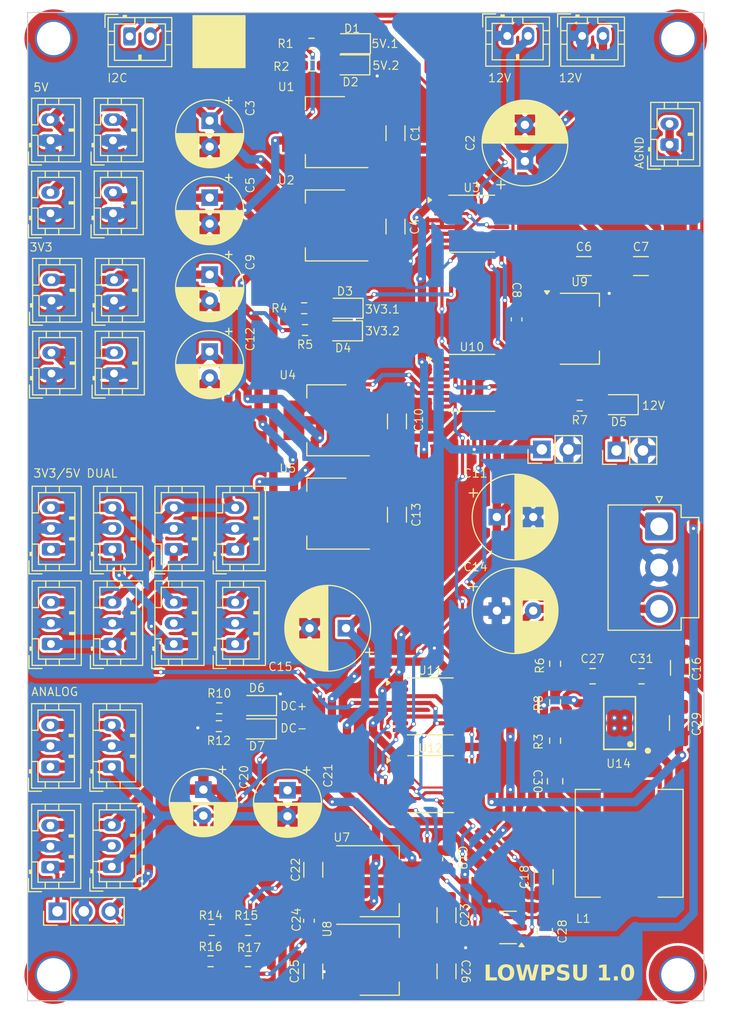
<source format=kicad_pcb>
(kicad_pcb (version 20240108) (generator "pcbnew") (generator_version "8.0")
  (layers (0 "F.Cu" signal) (31 "B.Cu" mixed) (34 "B.Paste" user) (35 "F.Paste" user) (36 "B.SilkS" user "B.Silkscreen") (37 "F.SilkS" user "F.Silkscreen") (38 "B.Mask" user) (39 "F.Mask" user) (44 "Edge.Cuts" user))
  (net 0 "")
  (net 1 "PGND")
  (net 2 "Net-(D1-A)")
  (net 3 "Net-(D2-A)")
  (net 4 "GND")
  (net 5 "7V")
  (net 6 "DC_NEG")
  (net 7 "DC_POS")
  (net 8 "VP")
  (net 9 "VN")
  (net 10 "AGND")
  (net 11 "5V_1")
  (net 12 "5V_2")
  (net 13 "3V3_1")
  (net 14 "3V3_2")
  (net 15 "12V")
  (net 16 "Net-(U8-ADJ)")
  (net 17 "Net-(D3-A)")
  (net 18 "Net-(D4-A)")
  (net 19 "Net-(D5-A)")
  (net 20 "Net-(D6-A)")
  (net 21 "Net-(D7-A)")
  (net 22 "Net-(U7-ADJ)")
  (net 23 "RELAYGND")
  (net 24 "7V_5V")
  (net 25 "SDA")
  (net 26 "SCL")
  (net 27 "7V_3V3")
  (net 28 "VP_4_POS")
  (net 29 "VP_SW")
  (net 34 "Net-(C27-Pad1)")
  (net 35 "Net-(U14-SW)")
  (net 36 "Net-(U14-BST)")
  (net 37 "Net-(U14-SS)")
  (net 38 "Net-(U14-FB)")
  (net 39 "Net-(U14-COMP)")
  (footprint "MountingHole:MountingHole_3.2mm_M3_DIN965_Pad_TopOnly" (layer "F.Cu") (at 102.5 127)
    (property "Reference" "H3" (hide yes))
    (property "Value" "MountingHole")
  )
  (footprint "Capacitor_SMD:C_1206_3216Metric_Pad1.33x1.80mm_HandSolder" (layer "F.Cu") (at 135.5 73.8083 90)
    (property "Reference" "C10")
    (property "Value" "10U")
  )
  (footprint "Capacitor_THT:CP_Radial_D6.3mm_P2.50mm" (layer "F.Cu") (at 117.5 44.900867 -90)
    (property "Reference" "C3")
    (property "Value" "220u 10V")
  )
  (footprint "LED_SMD:LED_0805_2012Metric_Pad1.15x1.40mm_HandSolder" (layer "F.Cu") (at 130.325 65.1 180)
    (property "Reference" "D4")
    (property "Value" "YELLOW")
  )
  (footprint "Connector_JST:JST_PH_B2B-PH-K_1x02_P2.00mm_Vertical" (layer "F.Cu") (at 161.7 47.2 90)
    (property "Reference" "J5" (hide yes))
    (property "Value" "Conn_01x02_Pin")
  )
  (footprint "Resistor_SMD:R_0603_1608Metric_Pad0.98x0.95mm_HandSolder" (layer "F.Cu") (at 127.2875 37.5)
    (property "Reference" "R1")
    (property "Value" "3.3K")
  )
  (footprint "Capacitor_SMD:C_1206_3216Metric_Pad1.33x1.80mm_HandSolder" (layer "F.Cu") (at 162.6 102.8 90)
    (property "Reference" "C29")
    (property "Value" "10U 50V")
  )
  (footprint "Resistor_SMD:R_0603_1608Metric_Pad0.98x0.95mm_HandSolder" (layer "F.Cu") (at 150.7 97.1 90)
    (property "Reference" "R6")
    (property "Value" "22.1K")
  )
  (footprint "Connector_JST:JST_PH_B3B-PH-K_1x03_P2.00mm_Vertical" (layer "F.Cu") (at 108.1 107 90)
    (property "Reference" "J19" (hide yes))
    (property "Value" "Conn_01x03_Male")
  )
  (footprint "Resistor_SMD:R_0603_1608Metric_Pad0.98x0.95mm_HandSolder" (layer "F.Cu") (at 126.5825 62.93 180)
    (property "Reference" "R4")
    (property "Value" "3.3K")
  )
  (footprint "Connector_JST:JST_PH_B3B-PH-K_1x03_P2.00mm_Vertical" (layer "F.Cu") (at 114.05 95.2 90)
    (property "Reference" "J25" (hide yes))
    (property "Value" "Conn_01x03_Male")
  )
  (footprint "Connector_JST:JST_PH_B3B-PH-K_1x03_P2.00mm_Vertical" (layer "F.Cu") (at 108.15 86.1 90)
    (property "Reference" "J15" (hide yes))
    (property "Value" "Conn_01x03_Male")
  )
  (footprint "Capacitor_THT:CP_Radial_D8.0mm_P3.50mm" (layer "F.Cu") (at 145.1 83)
    (property "Reference" "C11")
    (property "Value" "100u 50V")
  )
  (footprint "Connector_JST:JST_PH_B2B-PH-K_1x02_P2.00mm_Vertical" (layer "F.Cu") (at 108.3125 62.2 90)
    (property "Reference" "J11" (hide yes))
    (property "Value" "Conn_01x02_Pin")
  )
  (footprint "Capacitor_THT:CP_Radial_D8.0mm_P3.50mm" (layer "F.Cu") (at 147.8 48.8 90)
    (property "Reference" "C2")
    (property "Value" "16V 470u")
  )
  (footprint "Capacitor_SMD:C_1206_3216Metric_Pad1.33x1.80mm_HandSolder" (layer "F.Cu") (at 153.4675 58.8775)
    (property "Reference" "C6")
    (property "Value" "10u")
  )
  (footprint "MountingHole:MountingHole_3.2mm_M3_DIN965_Pad_TopOnly" (layer "F.Cu") (at 162.5 37)
    (property "Reference" "H2" (hide yes))
    (property "Value" "MountingHole")
  )
  (footprint "Capacitor_THT:CP_Radial_D6.3mm_P2.50mm" (layer "F.Cu") (at 117.5 52.3 -90)
    (property "Reference" "C5")
    (property "Value" "220u 10V")
  )
  (footprint "Resistor_SMD:R_0603_1608Metric_Pad0.98x0.95mm_HandSolder" (layer "F.Cu") (at 121.2 122.7)
    (property "Reference" "R15")
    (property "Value" "800R")
  )
  (footprint "Connector_JST:JST_PH_B2B-PH-K_1x02_P2.00mm_Vertical" (layer "F.Cu") (at 108.2125 46.8 90)
    (property "Reference" "J4" (hide yes))
    (property "Value" "Conn_01x02_Pin")
  )
  (footprint "Connector_JST:JST_PH_B2B-PH-K_1x02_P2.00mm_Vertical" (layer "F.Cu") (at 153.3 36.75)
    (property "Reference" "J2" (hide yes))
    (property "Value" "Conn_01x02_Pin")
  )
  (footprint "Capacitor_SMD:C_1206_3216Metric_Pad1.33x1.80mm_HandSolder" (layer "F.Cu") (at 140.2625 121.2742 -90)
    (property "Reference" "C23")
    (property "Value" "47U")
  )
  (footprint "Connector_JST:JST_PH_B3B-PH-K_1x03_P2.00mm_Vertical" (layer "F.Cu") (at 108.1 116.6 90)
    (property "Reference" "J21" (hide yes))
    (property "Value" "Conn_01x03_Male")
  )
  (footprint "Connector_PinHeader_2.54mm:PinHeader_1x02_P2.54mm_Vertical" (layer "F.Cu") (at 149.425 76.5 90)
    (property "Reference" "J12" (hide yes))
    (property "Value" "Conn_01x02_Pin")
  )
  (footprint "Connector_JST:JST_PH_B3B-PH-K_1x03_P2.00mm_Vertical" (layer "F.Cu") (at 102.2 116.65 90)
    (property "Reference" "J20" (hide yes))
    (property "Value" "Conn_01x03_Male")
  )
  (footprint "Package_SO:TSSOP-16_4.4x5mm_P0.65mm" (layer "F.Cu") (at 142.7 70.1)
    (property "Reference" "U10")
    (property "Value" "INA260")
  )
  (footprint "Connector_JST:JST_PH_B2B-PH-K_1x02_P2.00mm_Vertical" (layer "F.Cu") (at 146.1 36.75)
    (property "Reference" "J1" (hide yes))
    (property "Value" "Conn_01x02_Pin")
  )
  (footprint "Capacitor_THT:CP_Radial_D6.3mm_P2.50mm" (layer "F.Cu") (at 124.9815 109.26 -90)
    (property "Reference" "C21")
    (property "Value" "220u 10V")
  )
  (footprint "Package_SO:TSSOP-16_4.4x5mm_P0.65mm" (layer "F.Cu") (at 142.6875 54.8)
    (property "Reference" "U3")
    (property "Value" "INA260")
  )
  (footprint "MountingHole:MountingHole_3.2mm_M3_DIN965_Pad_TopOnly" (layer "F.Cu") (at 102.5 37)
    (property "Reference" "H1" (hide yes))
    (property "Value" "MountingHole")
  )
  (footprint "Connector_JST:JST_PH_B3B-PH-K_1x03_P2.00mm_Vertical" (layer "F.Cu") (at 102.25 86.1 90)
    (property "Reference" "J16" (hide yes))
    (property "Value" "Conn_01x03_Male")
  )
  (footprint "LED_SMD:LED_0805_2012Metric_Pad1.15x1.40mm_HandSolder" (layer "F.Cu") (at 122.045 103.365 180)
    (property "Reference" "D7")
    (property "Value" "BLUE")
  )
  (footprint "Resistor_SMD:R_0603_1608Metric_Pad0.98x0.95mm_HandSolder" (layer "F.Cu") (at 153.0675 72.285)
    (property "Reference" "R7")
    (property "Value" "3.3K")
  )
  (footprint "Capacitor_SMD:C_1206_3216Metric_Pad1.33x1.80mm_HandSolder" (layer "F.Cu") (at 127.4625 126.6742 -90)
    (property "Reference" "C25")
    (property "Value" "47U")
  )
  (footprint "Connector_JST:JST_PH_B2B-PH-K_1x02_P2.00mm_Vertical" (layer "F.Cu") (at 108.3125 69.2 90)
    (property "Reference" "J14" (hide yes))
    (property "Value" "Conn_01x02_Pin")
  )
  (footprint "Capacitor_THT:CP_Radial_D6.3mm_P2.50mm" (layer "F.Cu") (at 116.9 109.2 -90)
    (property "Reference" "C20")
    (property "Value" "220u 10V")
  )
  (footprint "Capacitor_SMD:C_1206_3216Metric_Pad1.33x1.80mm_HandSolder" (layer "F.Cu") (at 135.36 55.0791 -90)
    (property "Reference" "C4")
    (property "Value" "10U")
  )
  (footprint "Connector_JST:JST_PH_B3B-PH-K_1x03_P2.00mm_Vertical" (layer "F.Cu") (at 108.15 95.2 90)
    (property "Reference" "J24" (hide yes))
    (property "Value" "Conn_01x03_Male")
  )
  (footprint "Connector_JST:JST_PH_B3B-PH-K_1x03_P2.00mm_Vertical" (layer "F.Cu") (at 119.95 95.2 90)
    (property "Reference" "J26" (hide yes))
    (property "Value" "Conn_01x03_Male")
  )
  (footprint "Resistor_SMD:R_0603_1608Metric_Pad0.98x0.95mm_HandSolder" (layer "F.Cu") (at 150.7 100.8 90)
    (property "Reference" "R8")
    (property "Value" "86.6k")
  )
  (footprint "Resistor_SMD:R_0603_1608Metric_Pad0.98x0.95mm_HandSolder" (layer "F.Cu") (at 117.5875 125.7)
    (property "Reference" "R16")
    (property "Value" "120R")
  )
  (footprint "Capacitor_THT:CP_Radial_D8.0mm_P3.50mm" (layer "F.Cu") (at 130.6 93.6883 180)
    (property "Reference" "C15")
    (property "Value" "10V 470u")
  )
  (footprint "Package_TO_SOT_SMD:SOT-223-3_TabPin2" (layer "F.Cu") (at 128.61 46 180)
    (property "Reference" "U1")
    (property "Value" "AMS1117-5.0")
  )
  (footprint "Package_TO_SOT_SMD:SOT-223-3_TabPin2" (layer "F.Cu") (at 133.8125 125.5542)
    (property "Reference" "U8")
    (property "Value" "LM337_SOT223")
  )
  (footprint "LED_SMD:LED_0805_2012Metric_Pad1.15x1.40mm_HandSolder" (layer "F.Cu") (at 131.0325 39.535 180)
    (property "Reference" "D2")
    (property "Value" "BLUE")
  )
  (footprint "easyeda2kicad:SOIC-8_L4.9-W3.9-P1.27-LS6.0-BL-EP" (layer "F.Cu") (at 156.9 102.8 90)
    (property "Reference" "U14")
    (property "Value" "AP64351SP-13")
  )
  (footprint "LED_SMD:LED_0805_2012Metric_Pad1.15x1.40mm_HandSolder" (layer "F.Cu") (at 122.0673 101.1185 180)
    (property "Reference" "D6")
    (property "Value" "YELLOW")
  )
  (footprint "Resistor_SMD:R_0603_1608Metric_Pad0.98x0.95mm_HandSolder" (layer "F.Cu") (at 121.1875 125.7)
    (property "Reference" "R17")
    (property "Value" "800R")
  )
  (footprint "Package_TO_SOT_SMD:SOT-223" (layer "F.Cu") (at 153.05 64.9)
    (property "Reference" "U9")
    (property "Value" "NCP1117-12")
  )
  (footprint "Resistor_SMD:R_0603_1608Metric_Pad0.98x0.95mm_HandSolder" (layer "F.Cu") (at 150.7 104.5 90)
    (property "Reference" "R3")
    (property "Value" "170K")
  )
  (footprint "Package_TO_SOT_SMD:SOT-223-3_TabPin2" (layer "F.Cu") (at 128.61 54.9708 180)
    (property "Reference" "U2")
    (property "Value" "AMS1117-5.0")
  )
  (footprint "Package_SO:TSSOP-16_4.4x5mm_P0.65mm" (layer "F.Cu") (at 138.7375 108.675)
    (property "Reference" "U12")
    (property "Value" "INA260")
  )
  (footprint "Resistor_SMD:R_0603_1608Metric_Pad0.98x0.95mm_HandSolder" (layer "F.Cu") (at 126.6675 65.025)
    (property "Reference" "R5")
    (property "Value" "3.3K")
  )
  (footprint "Connector_JST:JST_PH_B2B-PH-K_1x02_P2.00mm_Vertical" (layer "F.Cu") (at 102.3 62.2 90)
    (property "Reference" "J10" (hide yes))
    (property "Value" "Conn_01x02_Pin")
  )
  (footprint "Package_TO_SOT_SMD:SOT-223-3_TabPin2" (layer "F.Cu") (at 128.75 73.7 180)
    (property "Reference" "U4")
    (property "Value" "ZLDO1117QG33TA")
  )
  (footprint "Capacitor_SMD:C_0805_2012Metric_Pad1.18x1.45mm_HandSolder" (layer "F.Cu") (at 159 98.3)
    (property "Reference" "C31")
    (property "Value" "10n")
  )
  (footprint "Resistor_SMD:R_0603_1608Metric_Pad0.98x0.95mm_HandSolder" (layer "F.Cu") (at 127.375 39.6)
    (property "Reference" "R2")
    (property "Value" "3.3K")
  )
  (footprint "Capacitor_SMD:C_0805_2012Metric_Pad1.18x1.45mm_HandSolder" (layer "F.Cu") (at 154.3 98.3)
    (property "Reference" "C27")
    (property "Value" "0.22u")
  )
  (footprint "Connector_JST:JST_PH_B2B-PH-K_1x02_P2.00mm_Vertical" (layer "F.Cu") (at 102.2 53.8 90)
    (property "Reference" "J6" (hide yes))
    (property "Value" "Conn_01x02_Pin")
  )
  (footprint "Package_TO_SOT_SMD:SOT-223-3_TabPin2" (layer "F.Cu") (at 128.75 82.6708 180)
    (property "Reference" "U5")
    (property "Value" "ZLDO1117QG33TA")
  )
  (footprint "Capacitor_SMD:C_0603_1608Metric_Pad1.08x0.95mm_HandSolder" (layer "F.Cu") (at 140.4 115.9 -90)
    (property "Reference" "C19")
    (property "Value" "0.1U")
  )
  (footprint "Connector_JST:JST_PH_B3B-PH-K_1x03_P2.00mm_Vertical" (layer "F.Cu") (at 114.05 86.1 90)
    (property "Reference" "J9" (hide yes))
    (property "Value" "Conn_01x03_Male")
  )
  (footprint "Capacitor_SMD:C_1206_3216Metric_Pad1.33x1.80mm_HandSolder" (layer "F.Cu") (at 140.2625 126.6742 -90)
    (property "Reference" "C26")
    (property "Value" "10u")
  )
  (footprint "Capacitor_SMD:C_1206_3216Metric_Pad1.33x1.80mm_HandSolder" (layer "F.Cu") (at 158.9475 58.8775)
    (property "Reference" "C7")
    (property "Value" "47U")
  )
  (footprint "Connector_JST:JST_PH_B2B-PH-K_1x02_P2.00mm_Vertical" (layer "F.Cu") (at 108.2125 53.8 90)
    (property "Reference" "J7" (hide yes))
    (property "Value" "Conn_01x02_Pin")
  )
  (footprint "LED_SMD:LED_0805_2012Metric_Pad1.15x1.40mm_HandSolder" (layer "F.Cu") (at 130.3825 62.93 180)
    (property "Reference" "D3")
    (property "Value" "YELLOW")
  )
  (footprint "Package_SO:TSSOP-16_4.4x5mm_P0.65mm" (layer "F.Cu") (at 138.7 101.2)
    (property "Reference" "U11")
    (property "Value" "INA260")
  )
  (footprint "Resistor_SMD:R_0603_1608Metric_Pad0.98x0.95mm_HandSolder" (layer "F.Cu") (at 117.7 122.7)
    (property "Reference" "R14")
    (property "Value" "120R")
  )
  (footprint "Connector_JST:JST_PH_B3B-PH-K_1x03_P2.00mm_Vertical" (layer "F.Cu") (at 102.25 95.2 90)
    (property "Reference" "J23" (hide yes))
    (property "Value" "Conn_01x03_Male")
  )
  (footprint "Capacitor_THT:CP_Radial_D8.0mm_P3.50mm" (layer "F.Cu") (at 145.1 92)
    (property "Reference" "C14")
    (property "Value" "100u 50V")
  )
  (footprint "Package_TO_SOT_SMD:SOT-23-6" (layer "F.Cu") (at 146.175 122.45 180)
    (property "Reference" "U13" (hide yes))
    (property "Value" "TMP100")
  )
  (footprint "Capacitor_SMD:C_1206_3216Metric_Pad1.33x1.80mm_HandSolder" (layer "F.Cu") (at 162.7 97.5 90)
    (property "Reference" "C16")
    (property "Value" "10U 50V")
  )
  (footprint "Connector_JST:JST_PH_B2B-PH-K_1x02_P2.00mm_Vertical" (layer "F.Cu") (at 109.8 36.8)
    (property "Reference" "J28" (hide yes))
    (property "Value" "Conn_01x02_Male")
  )
  (footprint "Connector_JST:JST_PH_B3B-PH-K_1x03_P2.00mm_Vertical" (layer "F.Cu") (at 119.95 86.1 90)
    (property "Reference" "J8" (hide yes))
    (property "Value" "Conn_01x03_Male")
  )
  (footprint "Capacitor_THT:CP_Radial_D6.3mm_P2.50mm" (layer "F.Cu") (at 117.5 59.699133 -90)
    (property "Reference" "C9")
    (property "Value" "220u 10V")
  )
  (footprint "Inductor_SMD:L_Vishay_IHLP-4040" (layer "F.Cu") (at 157.82 114.36 -90)
    (property "Reference" "L1")
    (property "Value" "10uH 21mOhm 5A")
  )
  (footprint "Connector_JST:JST_PH_B2B-PH-K_1x02_P2.00mm_Vertical" (layer "F.Cu") (at 102.3 69.2 90)
    (property "Reference" "J13" (hide yes))
    (property "Value" "Conn_01x02_Pin")
  )
  (footprint "Capacitor_SMD:C_1206_3216Metric_Pad1.33x1.80mm_HandSolder" (layer "F.Cu") (at 127.4625 116.9042 90)
    (property "Reference" "C22")
    (property "Value" "10u")
  )
  (footprint "Connector_JST:JST_PH_B2B-PH-K_1x02_P2.00mm_Vertical" (layer "F.Cu") (at 102.2 46.8 90)
    (property "Reference" "J3" (hide yes))
    (property "Value" "Conn_01x02_Pin")
  )
  (footprint "Capacitor_SMD:C_1206_3216Metric_Pad1.33x1.80mm_HandSolder" (layer "F.Cu") (at 149.6 117.6 90)
    (property "Reference" "C18")
    (property "Value" "10U 50V")
  )
  (footprint "Capacitor_SMD:C_1206_3216Metric_Pad1.33x1.80mm_HandSolder" (layer "F.Cu") (at 135.5 82.7791 -90)
    (property "Reference" "C13")
    (property "Value" "10U")
  )
  (footprint "LED_SMD:LED_0805_2012Metric_Pad1.15x1.40mm_HandSolder" (layer "F.Cu") (at 156.825 72.2 180)
    (property "Reference" "D5")
    (property "Value" "BLUE")
  )
  (footprint "Capacitor_SMD:C_0603_1608Metric_Pad1.08x0.95mm_HandSolder" (layer "F.Cu") (at 127.0425 121.8042 -90)
    (property "Reference" "C24")
    (property "Value" "0.1U")
  )
  (footprint "Connector_JST:JST_PH_B3B-PH-K_1x03_P2.00mm_Vertical" (layer "F.Cu") (at 102.2 107 90)
    (property "Reference" "J18" (hide yes))
    (property "Value" "Conn_01x03_Male")
  )
  (footprint "Resistor_SMD:R_0603_1608Metric_Pad0.98x0.95mm_HandSolder" (layer "F.Cu") (at 118.4223 101.3835)
    (property "Reference" "R10")
    (property "Value" "3.3K")
  )
  (footprint "Capacitor_THT:CP_Radial_D6.3mm_P2.50mm" (layer "F.Cu") (at 117.5 67.098267 -90)
    (property "Reference" "C12")
    (property "Value" "220u 10V")
  )
  (footprint "MountingHole:MountingHole_3.2mm_M3_DIN965_Pad_TopOnly" (layer "F.Cu") (at 162.5 127)
    (property "Reference" "H4" (hide yes))
    (property "Value" "MountingHole")
  )
  (footprint "Capacitor_SMD:C_0805_2012Metric_Pad1.18x1.45mm_HandSolder" (layer "F.Cu") (at 150.7 108.4 90)
    (property "Reference" "C30")
    (property "Value" "0.1u")
  )
  (footprint "Resistor_SMD:R_0603_1608Metric_Pad0.98x0.95mm_HandSolder" (layer "F.Cu") (at 118.3875 103.1)
    (property "Reference" "R12")
    (property "Value" "3.3K")
  )
  (footprint "Connector_PinHeader_2.54mm:PinHeader_1x03_P2.54mm_Vertical" (layer "F.Cu") (at 102.87 120.9 90)
    (property "Reference" "J22" (hide yes))
    (property "Value" "Conn_01x03_Pin")
  )
  (footprint "Capacitor_SMD:C_0603_1608Metric_Pad1.08x0.95mm_HandSolder" (layer "F.Cu") (at 147 64 -90)
    (property "Reference" "C8")
    (property "Value" "0.1U")
  )
  (footprint "Package_TO_SOT_SMD:SOT-223-3_TabPin2" (layer "F.Cu") (at 133.8125 118.0042)
    (property "Reference" "U7")
    (property "Value" "LM317_SOT-223")
  )
  (footprint "Capacitor_SMD:C_0805_2012Metric_Pad1.18x1.45mm_HandSolder" (layer "F.Cu") (at 149.7 122.8 90)
    (property "Reference" "C28")
    (property "Value" "0.1u")
  )
  (footprint "Connector_JST:JST_VH_B3P-VH_1x03_P3.96mm_Vertical" (layer "F.Cu") (at 160.7 83.9 -90)
    (property "Reference" "J17" (hide yes))
    (property "Value" "Conn_01x03_Male")
  )
  (footprint "LED_SMD:LED_0805_2012Metric_Pad1.15x1.40mm_HandSolder" (layer "F.Cu") (at 131.0875 37.5 180)
    (property "Reference" "D1")
    (property "Value" "BLUE")
  )
  (footprint "Capacitor_SMD:C_1206_3216Metric_Pad1.33x1.80mm_HandSolder" (layer "F.Cu") (at 135.36 46.1083 90)
    (property "Reference" "C1")
    (property "Value" "10U")
  )
  (footprint "Connector_PinHeader_2.54mm:PinHeader_1x02_P2.54mm_Vertical" (layer "F.Cu") (at 156.6 76.6 90)
    (property "Reference" "J27" (hide yes))
    (property "Value" "Conn_01x02_Pin")
  )
  (gr_rect (start 115.9 34.8) (end 120.9 39.8) (stroke (width 0.1)) (fill solid) (layer "F.SilkS"))
  (gr_line (start 165 34.5) (end 165 129.5) (stroke (width 0.1)) (layer "Edge.Cuts"))
  (gr_line (start 100 129.5) (end 100 34.5) (stroke (width 0.1)) (layer "Edge.Cuts"))
  (gr_line (start 100 34.5) (end 165 34.5) (stroke (width 0.1)) (layer "Edge.Cuts"))
  (gr_line (start 165 129.5) (end 100 129.5) (stroke (width 0.1)) (layer "Edge.Cuts"))
  (gr_text "3V3/5V DUAL" (at 100.5 78.8 0) (layer "F.SilkS") (effects (font (size 0.8 0.8) (thickness 0.1)) (justify left)))
  (gr_text "3V3" (at 100.13 57.07 0) (layer "F.SilkS") (effects (font (size 0.8 0.8) (thickness 0.1)) (justify left)))
  (gr_text "DC+" (at 124.222288 101.163462 0) (layer "F.SilkS") (effects (font (size 0.8 0.8) (thickness 0.1)) (justify left)))
  (gr_text "LOWPSU 1.0" (at 158.4 127.8 0) (layer "F.SilkS") (effects (font (size 1.5 1.5) (thickness 0.3) (bold yes)) (justify right bottom)))
  (gr_text "5V" (at 100.5 41.7 0) (layer "F.SilkS") (effects (font (size 0.8 0.8) (thickness 0.1)) (justify left)))
  (gr_text "5V.2" (at 133.075 39.6 0) (layer "F.SilkS") (effects (font (size 0.8 0.8) (thickness 0.1)) (justify left)))
  (gr_text "5V.1" (at 132.9875 37.5 0) (layer "F.SilkS") (effects (font (size 0.8 0.8) (thickness 0.1)) (justify left)))
  (gr_text "I2C" (at 107.6 40.8 0) (layer "F.SilkS") (effects (font (size 0.8 0.8) (thickness 0.1)) (justify left)))
  (gr_text "12V" (at 151 40.8 0) (layer "F.SilkS") (effects (font (size 0.8 0.8) (thickness 0.1)) (justify left)))
  (gr_text "3V3.1\n" (at 132.3675 63.03 0) (layer "F.SilkS") (effects (font (size 0.8 0.8) (thickness 0.1)) (justify left)))
  (gr_text "ANALOG" (at 100.3 99.8 0) (layer "F.SilkS") (effects (font (size 0.8 0.8) (thickness 0.1)) (justify left)))
  (gr_text "12V" (at 158.98 72.285 0) (layer "F.SilkS") (effects (font (size 0.8 0.8) (thickness 0.1)) (justify left)))
  (gr_text "DC-" (at 124.222288 103.3 0) (layer "F.SilkS") (effects (font (size 0.8 0.8) (thickness 0.1)) (justify left)))
  (gr_text "AGND\n" (at 158.8 49.6 90) (layer "F.SilkS") (effects (font (size 0.8 0.8) (thickness 0.1)) (justify left)))
  (gr_text "12V" (at 144.2 40.8 0) (layer "F.SilkS") (effects (font (size 0.8 0.8) (thickness 0.1)) (justify left)))
  (gr_text "3V3.2" (at 132.3675 65.125 0) (layer "F.SilkS") (effects (font (size 0.8 0.8) (thickness 0.1)) (justify left)))
  (segment (start 154.8 62.6) (end 155.9 61.5) (width 0.4) (layer "F.Cu") (net 1))
  (segment (start 149.9 62.6) (end 154.8 62.6) (width 0.4) (layer "F.Cu") (net 1))
  (via (at 144.4 119.9) (size 0.45) (drill 0.3) (layers "F.Cu" "B.Cu") (net 1))
  (via (at 155.9 61.5) (size 0.45) (drill 0.3) (layers "F.Cu" "B.Cu") (net 1))
  (segment (start 116.9 109.2) (end 119.46 111.76) (width 0.8) (layer "B.Cu") (net 1))
  (segment (start 119.46 111.76) (end 124.9815 111.76) (width 0.8) (layer "B.Cu") (net 1))
  (segment (start 128.2 37.5) (end 130.0625 37.5) (width 0.8) (layer "F.Cu") (net 2))
  (segment (start 128.2875 39.6) (end 129.9425 39.6) (width 0.8) (layer "F.Cu") (net 3))
  (segment (start 134.4 108) (end 134.4 108.901668) (width 0.3) (layer "F.Cu") (net 4))
  (segment (start 141.5625 102.175) (end 142.359878 102.175) (width 0.4) (layer "F.Cu") (net 4))
  (segment (start 142.7 101.834878) (end 142.7 98.615122) (width 0.4) (layer "F.Cu") (net 4))
  (segment (start 139.025 55.775) (end 139.825 55.775) (width 0.3) (layer "F.Cu") (net 4))
  (segment (start 131.4075 62.93) (end 131.4075 64) (width 0.4) (layer "F.Cu") (net 4))
  (segment (start 137.100458 110.070205) (end 136.680253 109.65) (width 0.3) (layer "F.Cu") (net 4))
  (segment (start 137.670203 110.070205) (end 137.100458 110.070205) (width 0.3) (layer "F.Cu") (net 4))
  (segment (start 142.359878 102.175) (end 142.7 101.834878) (width 0.4) (layer "F.Cu") (net 4))
  (segment (start 132.1125 37.5) (end 132.1125 39.48) (width 0.8) (layer "F.Cu") (net 4))
  (segment (start 139.93995 109.65) (end 139.78995 109.5) (width 0.3) (layer "F.Cu") (net 4))
  (segment (start 142.7 98.615122) (end 139.684878 95.6) (width 0.4) (layer "F.Cu") (net 4))
  (segment (start 137.420404 71.075) (end 136.622702 70.277298) (width 0.4) (layer "F.Cu") (net 4))
  (segment (start 134.629344 102.570656) (end 134.629344 103.115638) (width 0.3) (layer "F.Cu") (net 4))
  (segment (start 139.025 55.775) (end 136.8 58) (width 0.3) (layer "F.Cu") (net 4))
  (segment (start 143.209106 55.775) (end 140.625 58.359106) (width 0.3) (layer "F.Cu") (net 4))
  (segment (start 138.240408 109.5) (end 137.670203 110.070205) (width 0.3) (layer "F.Cu") (net 4))
  (segment (start 139.8375 71.075) (end 137.420404 71.075) (width 0.4) (layer "F.Cu") (net 4))
  (segment (start 145.5625 71.075) (end 144.765122 71.075) (width 0.4) (layer "F.Cu") (net 4))
  (segment (start 131.4075 62.93) (end 131.4075 65.0425) (width 0.4) (layer "F.Cu") (net 4))
  (segment (start 135.025 102.175) (end 135.8375 102.175) (width 0.3) (layer "F.Cu") (net 4))
  (segment (start 134.4 108.901668) (end 135.148332 109.65) (width 0.3) (layer "F.Cu") (net 4))
  (segment (start 136.680253 109.65) (end 135.875 109.65) (width 0.3) (layer "F.Cu") (net 4))
  (segment (start 144.765122 71.075) (end 142.925 72.915122) (width 0.4) (layer "F.Cu") (net 4))
  (segment (start 132.535 39.535) (end 133.6 40.6) (width 0.4) (layer "F.Cu") (net 4))
  (segment (start 139.78995 109.5) (end 138.240408 109.5) (width 0.3) (layer "F.Cu") (net 4))
  (segment (start 141.5625 102.175) (end 135.8375 102.175) (width 0.4) (layer "F.Cu") (net 4))
  (segment (start 139.684878 95.6) (end 139.1 95.6) (width 0.4) (layer "F.Cu") (net 4))
  (segment (start 136.8 58) (end 136.8 58.4) (width 0.3) (layer "F.Cu") (net 4))
  (segment (start 145.55 55.775) (end 143.209106 55.775) (width 0.3) (layer "F.Cu") (net 4))
  (segment (start 141.6 109.65) (end 139.93995 109.65) (width 0.3) (layer "F.Cu") (net 4))
  (segment (start 134.629344 102.570656) (end 135.025 102.175) (width 0.3) (layer "F.Cu") (net 4))
  (segment (start 132.0575 39.535) (end 132.535 39.535) (width 0.4) (layer "F.Cu") (net 4))
  (segment (start 135.875 109.65) (end 135.148332 109.65) (width 0.3) (layer "F.Cu") (net 4))
  (segment (start 142.925 72.915122) (end 142.925 76.5) (width 0.4) (layer "F.Cu") (net 4))
  (via (at 134.629344 103.115638) (size 0.45) (drill 0.3) (layers "F.Cu" "B.Cu") (net 4))
  (via (at 136.622702 70.277298) (size 0.45) (drill 0.3) (layers "F.Cu" "B.Cu") (net 4))
  (via (at 131.4075 64) (size 0.45) (drill 0.3) (layers "F.Cu" "B.Cu") (net 4))
  (via (at 136.8 58.4) (size 0.45) (drill 0.3) (layers "F.Cu" "B.Cu") (net 4))
  (via (at 140.625 58.359106) (size 0.45) (drill 0.3) (layers "F.Cu" "B.Cu") (net 4))
  (via (at 133.6 40.6) (size 0.45) (drill 0.3) (layers "F.Cu" "B.Cu") (net 4))
  (via (at 142.925 76.5) (size 0.45) (drill 0.3) (layers "F.Cu" "B.Cu") (net 4))
  (via (at 134.4 108) (size 0.45) (drill 0.3) (layers "F.Cu" "B.Cu") (net 4))
  (via (at 139.1 95.6) (size 0.45) (drill 0.3) (layers "F.Cu" "B.Cu") (net 4))
  (segment (start 133.980761 108) (end 134.4 108) (width 0.3) (layer "B.Cu") (net 4))
  (segment (start 133.45 104.294982) (end 133.45 107.469239) (width 0.3) (layer "B.Cu") (net 4))
  (segment (start 140.625 58.359106) (end 138.059106 60.925) (width 0.3) (layer "B.Cu") (net 4))
  (segment (start 138.059106 60.925) (end 136.5 60.925) (width 0.3) (layer "B.Cu") (net 4))
  (segment (start 134.629344 103.115638) (end 133.45 104.294982) (width 0.3) (layer "B.Cu") (net 4))
  (segment (start 133.45 107.469239) (end 133.980761 108) (width 0.3) (layer "B.Cu") (net 4))
  (segment (start 140.8 76.5) (end 139.45 75.15) (width 0.8) (layer "B.Cu") (net 4))
  (segment (start 149.425 76.5) (end 140.8 76.5) (width 0.8) (layer "B.Cu") (net 4))
  (segment (start 141.125 69.615122) (end 141.125 70.338823) (width 0.4) (layer "F.Cu") (net 5))
  (segment (start 139.8375 68.475) (end 137.9 66.5375) (width 0.8) (layer "F.Cu") (net 5))
  (segment (start 137.9 66.3) (end 137.9 60.254308) (width 0.8) (layer "F.Cu") (net 5))
  (segment (start 145.5625 70.425) (end 144.468587 70.425) (width 0.4) (layer "F.Cu") (net 5))
  (segment (start 144.325 55.125) (end 144.1 54.9) (width 0.3) (layer "F.Cu") (net 5))
  (segment (start 137.9 60.254308) (end 137.749213 60.103521) (width 0.8) (layer "F.Cu") (net 5))
  (segment (start 139.8375 69.125) (end 140.634878 69.125) (width 0.4) (layer "F.Cu") (net 5))
  (segment (start 137.9 66.5375) (end 137.9 66.3) (width 0.8) (layer "F.Cu") (net 5))
  (segment (start 156.0675 118.8675) (end 148.5 111.3) (width 1.4) (layer "F.Cu") (net 5))
  (segment (start 139.825 53.825) (end 139.825 53.175) (width 0.4) (layer "F.Cu") (net 5))
  (segment (start 134.964214 112.25) (end 130.7 107.985786) (width 0.8) (layer "F.Cu") (net 5))
  (segment (start 139.825 52.525) (end 139.075 52.525) (width 0.8) (layer "F.Cu") (net 5))
  (segment (start 138.1 86.4) (end 130.8117 93.6883) (width 0.8) (layer "F.Cu") (net 5))
  (segment (start 157.82 119.36) (end 148.126547 119.36) (width 0.8) (layer "F.Cu") (net 5))
  (segment (start 150.225 105.4125) (end 148.5 107.1375) (width 0.8) (layer "F.Cu") (net 5))
  (segment (start 145.55 55.125) (end 144.325 55.125) (width 0.3) (layer "F.Cu") (net 5))
  (segment (start 130.7 107.985786) (end 130.7 103) (width 0.8) (layer "F.Cu") (net 5))
  (segment (start 142.225 53.825) (end 139.825 53.825) (width 0.3) (layer "F.Cu") (net 5))
  (segment (start 139.8375 69.125) (end 139.8375 68.475) (width 0.4) (layer "F.Cu") (net 5))
  (segment (start 141.016547 112.25) (end 134.964214 112.25) (width 0.8) (layer "F.Cu") (net 5))
  (segment (start 144.468587 70.425) (end 144.353752 70.539835) (width 0.4) (layer "F.Cu") (net 5))
  (segment (start 139.8375 67.825) (end 139.8375 68.475) (width 0.4) (layer "F.Cu") (net 5))
  (segment (start 148.5 107.1375) (end 148.5 111.3) (width 0.8) (layer "F.Cu") (net 5))
  (segment (start 139.825 52.525) (end 139.825 53.175) (width 0.4) (layer "F.Cu") (net 5))
  (segment (start 148.126547 119.36) (end 141.016547 112.25) (width 0.8) (layer "F.Cu") (net 5))
  (segment (start 150.7 105.4125) (end 150.225 105.4125) (width 0.8) (layer "F.Cu") (net 5))
  (segment (start 139.075 52.525) (end 137.4 54.2) (width 0.8) (layer "F.Cu") (net 5))
  (segment (start 138.1 76.5) (end 138.1 86.4) (width 0.8) (layer "F.Cu") (net 5))
  (segment (start 142.5 54.1) (end 142.225 53.825) (width 0.3) (layer "F.Cu") (net 5))
  (segment (start 140.634878 69.125) (end 141.125 69.615122) (width 0.4) (layer "F.Cu") (net 5))
  (segment (start 157.82 118.8675) (end 156.0675 118.8675) (width 1.4) (layer "F.Cu") (net 5))
  (segment (start 137.9 66.3) (end 137.9 68.1) (width 0.8) (layer "F.Cu") (net 5))
  (via (at 130.7 103) (size 0.45) (drill 0.3) (layers "F.Cu" "B.Cu") (net 5))
  (via (at 141.125 70.338823) (size 0.45) (drill 0.3) (layers "F.Cu" "B.Cu") (net 5))
  (via (at 137.4 54.2) (size 0.45) (drill 0.3) (layers "F.Cu" "B.Cu") (net 5))
  (via (at 144.353752 70.539835) (size 0.45) (drill 0.3) (layers "F.Cu" "B.Cu") (net 5))
  (via (at 142.5 54.1) (size 0.45) (drill 0.3) (layers "F.Cu" "B.Cu") (net 5))
  (via (at 138.1 76.5) (size 0.45) (drill 0.3) (layers "F.Cu" "B.Cu") (net 5))
  (via (at 137.9 68.1) (size 0.45) (drill 0.3) (layers "F.Cu" "B.Cu") (net 5))
  (via (at 144.1 54.9) (size 0.45) (drill 0.3) (layers "F.Cu" "B.Cu") (net 5))
  (via (at 137.749213 60.103521) (size 0.45) (drill 0.3) (layers "F.Cu" "B.Cu") (net 5))
  (segment (start 144.353752 70.539835) (end 141.326012 70.539835) (width 0.4) (layer "B.Cu") (net 5))
  (segment (start 138.1 76.5) (end 138.1 68.3) (width 0.8) (layer "B.Cu") (net 5))
  (segment (start 137.9 54.7) (end 137.4 54.2) (width 0.8) (layer "B.Cu") (net 5))
  (segment (start 144.1 54.9) (end 143.3 54.9) (width 0.3) (layer "B.Cu") (net 5))
  (segment (start 141.326012 70.539835) (end 141.125 70.338823) (width 0.4) (layer "B.Cu") (net 5))
  (segment (start 132.45 101.25) (end 130.7 103) (width 0.8) (layer "B.Cu") (net 5))
  (segment (start 130.6 93.6883) (end 132.45 95.5383) (width 0.8) (layer "B.Cu") (net 5))
  (segment (start 137.749213 60.103521) (end 137.9 59.952734) (width 0.8) (layer "B.Cu") (net 5))
  (segment (start 138.1 68.3) (end 137.9 68.1) (width 0.8) (layer "B.Cu") (net 5))
  (segment (start 143.3 54.9) (end 142.5 54.1) (width 0.3) (layer "B.Cu") (net 5))
  (segment (start 137.9 59.952734) (end 137.9 54.7) (width 0.8) (layer "B.Cu") (net 5))
  (segment (start 132.45 95.5383) (end 132.45 101.25) (width 0.8) (layer "B.Cu") (net 5))
  (segment (start 108.1 116.6) (end 102.25 116.6) (width 0.8) (layer "F.Cu") (net 6))
  (segment (start 119.2117 128.2367) (end 124.9367 128.2367) (width 0.4) (layer "F.Cu") (net 6))
  (segment (start 116.9 111.7) (end 116.9 114) (width 0.8) (layer "F.Cu") (net 6))
  (segment (start 118.8 111.7) (end 116.9 111.7) (width 0.4) (layer "F.Cu") (net 6))
  (segment (start 124.5 121.6) (end 124.5 127.9) (width 0.8) (layer "F.Cu") (net 6))
  (segment (start 120.7 109.8) (end 118.8 111.7) (width 0.4) (layer "F.Cu") (net 6))
  (segment (start 123.07 103.295) (end 123.07 105.53) (width 0.4) (layer "F.Cu") (net 6))
  (segment (start 116.675 125.7) (end 119.2117 128.2367) (width 0.4) (layer "F.Cu") (net 6))
  (segment (start 124.9367 128.2367) (end 127.4625 128.2367) (width 0.8) (layer "F.Cu") (net 6))
  (segment (start 124.6 127.9) (end 124.9367 128.2367) (width 0.8) (layer "F.Cu") (net 6))
  (segment (start 108 107) (end 102.1 107) (width 0.8) (layer "F.Cu") (net 6))
  (segment (start 116.9 114) (end 124.5 121.6) (width 0.8) (layer "F.Cu") (net 6))
  (segment (start 124.5 127.9) (end 124.6 127.9) (width 0.8) (layer "F.Cu") (net 6))
  (segment (start 102.87 120.9) (end 102.87 117.32) (width 0.4) (layer "F.Cu") (net 6))
  (segment (start 123.07 105.53) (end 122.3 106.3) (width 0.4) (layer "F.Cu") (net 6))
  (segment (start 130.28 128.2367) (end 130.6625 127.8542) (width 0.8) (layer "F.Cu") (net 6))
  (segment (start 102.87 117.32) (end 102.2 116.65) (width 0.4) (layer "F.Cu") (net 6))
  (segment (start 127.4625 128.2367) (end 130.28 128.2367) (width 0.8) (layer "F.Cu") (net 6))
  (via (at 122.3 106.3) (size 0.45) (drill 0.3) (layers "F.Cu" "B.Cu") (net 6))
  (via (at 120.7 109.8) (size 0.45) (drill 0.3) (layers "F.Cu" "B.Cu") (net 6))
  (segment (start 112.7 111.7) (end 108 107) (width 0.8) (layer "B.Cu") (net 6))
  (segment (start 116.9 111.7) (end 112.7 111.7) (width 0.8) (layer "B.Cu") (net 6))
  (segment (start 122.3 108.2) (end 120.7 109.8) (width 0.4) (layer "B.Cu") (net 6))
  (segment (start 116.9 111.7) (end 113 111.7) (width 0.8) (layer "B.Cu") (net 6))
  (segment (start 113 111.7) (end 108.1 116.6) (width 0.8) (layer "B.Cu") (net 6))
  (segment (start 122.3 106.3) (end 122.3 108.2) (width 0.4) (layer "B.Cu") (net 6))
  (segment (start 114.7 103.1) (end 114.7 106) (width 0.4) (layer "F.Cu") (net 7))
  (segment (start 111.65 106.65) (end 108 103) (width 0.8) (layer "F.Cu") (net 7))
  (segment (start 108.1 112.6) (end 102.25 112.6) (width 0.8) (layer "F.Cu") (net 7))
  (segment (start 136.9625 118.0042) (end 136.9625 115.7625) (width 0.8) (layer "F.Cu") (net 7))
  (segment (start 130.6625 118.0042) (end 136.9625 118.0042) (width 0.8) (layer "F.Cu") (net 7))
  (segment (start 114.7 106) (end 111.65 109.05) (width 0.8) (layer "F.Cu") (net 7))
  (segment (start 108 103) (end 102.1 103) (width 0.8) (layer "F.Cu") (net 7))
  (segment (start 122.46 109.26) (end 119.2 106) (width 0.8) (layer "F.Cu") (net 7))
  (segment (start 124.9815 109.26) (end 122.46 109.26) (width 0.8) (layer "F.Cu") (net 7))
  (segment (start 117.5098 101.1635) (end 116.6365 101.1635) (width 0.4) (layer "F.Cu") (net 7))
  (segment (start 110.85 118) (end 107.95 120.9) (width 0.8) (layer "F.Cu") (net 7))
  (segment (start 138.555 118.0042) (end 140.2625 119.7117) (width 0.8) (layer "F.Cu") (net 7))
  (segment (start 136.9625 118.0042) (end 138.555 118.0042) (width 0.8) (layer "F.Cu") (net 7))
  (segment (start 119.2 106) (end 114.7 106) (width 0.8) (layer "F.Cu") (net 7))
  (segment (start 111 118) (end 110.85 118) (width 0.8) (layer "F.Cu") (net 7))
  (segment (start 111.65 109.05) (end 111.65 106.65) (width 0.8) (layer "F.Cu") (net 7))
  (segment (start 116.6365 101.1635) (end 114.7 103.1) (width 0.4) (layer "F.Cu") (net 7))
  (segment (start 111.65 117.2) (end 111.6 117.25) (width 0.8) (layer "F.Cu") (net 7))
  (segment (start 111.65 109.05) (end 111.65 117.2) (width 0.8) (layer "F.Cu") (net 7))
  (segment (start 109.75 122.7) (end 107.95 120.9) (width 0.4) (layer "F.Cu") (net 7))
  (segment (start 124.9815 109.26) (end 128.16086 109.26) (width 0.8) (layer "F.Cu") (net 7))
  (segment (start 111.65 109.05) (end 108.1 112.6) (width 0.8) (layer "F.Cu") (net 7))
  (segment (start 116.7875 122.7) (end 109.75 122.7) (width 0.4) (layer "F.Cu") (net 7))
  (segment (start 128.16086 109.26) (end 129.28043 110.37957) (width 0.8) (layer "F.Cu") (net 7))
  (via (at 129.28043 110.37957) (size 0.45) (drill 0.3) (layers "F.Cu" "B.Cu") (net 7))
  (via (at 136.9625 115.7625) (size 0.45) (drill 0.3) (layers "F.Cu" "B.Cu") (net 7))
  (via (at 111 118) (size 0.45) (drill 0.3) (layers "F.Cu" "B.Cu") (net 7))
  (via (at 111.6 117.25) (size 0.45) (drill 0.3) (layers "F.Cu" "B.Cu") (net 7))
  (segment (start 111.6 117.4) (end 111.6 117.25) (width 0.8) (layer "B.Cu") (net 7))
  (segment (start 136.9625 115.7625) (end 131.57957 110.37957) (width 0.8) (layer "B.Cu") (net 7))
  (segment (start 131.57957 110.37957) (end 129.28043 110.37957) (width 0.8) (layer "B.Cu") (net 7))
  (segment (start 111 118) (end 111.6 117.4) (width 0.8) (layer "B.Cu") (net 7))
  (segment (start 148.5 61.903984) (end 148.5 65.8) (width 0.4) (layer "F.Cu") (net 8))
  (segment (start 135.7 97.9) (end 135.7 99.4375) (width 0.8) (layer "F.Cu") (net 8))
  (segment (start 135.875 106.4) (end 135.875 107.05) (width 0.2) (layer "F.Cu") (net 8))
  (segment (start 135.8375 100.225) (end 135.8375 99.575) (width 0.4) (layer "F.Cu") (net 8))
  (segment (start 145.1 83) (end 145.1 76.7) (width 0.8) (layer "F.Cu") (net 8))
  (segment (start 141.6 109) (end 137.929289 109) (width 0.2) (layer "F.Cu") (net 8))
  (segment (start 133.2 102.8) (end 133.2 103.725) (width 0.8) (layer "F.Cu") (net 8))
  (segment (start 147.266484 63.1375) (end 148.5 61.903984) (width 0.4) (layer "F.Cu") (net 8))
  (segment (start 137.929289 109) (end 136.629289 107.7) (width 0.2) (layer "F.Cu") (net 8))
  (segment (start 135.875 107.05) (end 135.875 107.7) (width 0.2) (layer "F.Cu") (net 8))
  (segment (start 135.7 99.4375) (end 135.8375 99.575) (width 0.8) (layer "F.Cu") (net 8))
  (segment (start 133.2 103.725) (end 135.875 106.4) (width 0.8) (layer "F.Cu") (net 8))
  (segment (start 139.275 100.225) (end 135.8375 100.225) (width 0.4) (layer "F.Cu") (net 8))
  (segment (start 140.575 101.525) (end 139.275 100.225) (width 0.4) (layer "F.Cu") (net 8))
  (segment (start 141.5625 101.525) (end 140.575 101.525) (width 0.4) (layer "F.Cu") (net 8))
  (segment (start 135.8375 99.575) (end 135.8375 98.925) (width 0.4) (layer "F.Cu") (net 8))
  (segment (start 145.1 85.1) (end 135.9 94.3) (width 0.8) (layer "F.Cu") (net 8))
  (segment (start 146.8 81.3) (end 145.1 83) (width 0.8) (layer "F.Cu") (net 8))
  (segment (start 145.1 83) (end 145.1 85.1) (width 0.8) (layer "F.Cu") (net 8))
  (segment (start 148.5 65.8) (end 149.9 67.2) (width 0.4) (layer "F.Cu") (net 8))
  (segment (start 136.629289 107.7) (end 135.875 107.7) (width 0.2) (layer "F.Cu") (net 8))
  (segment (start 135.7 98.1) (end 134.1 99.7) (width 0.8) (layer "F.Cu") (net 8))
  (segment (start 151.526484 58.8775) (end 148.5 61.903984) (width 0.4) (layer "F.Cu") (net 8))
  (segment (start 149.9 71.9) (end 149.9 67.2) (width 0.8) (layer "F.Cu") (net 8))
  (segment (start 157.1 81.3) (end 146.8 81.3) (width 0.8) (layer "F.Cu") (net 8))
  (segment (start 135.7 97.9) (end 135.7 98.1) (width 0.8) (layer "F.Cu") (net 8))
  (segment (start 145.1 76.7) (end 149.9 71.9) (width 0.8) (layer "F.Cu") (net 8))
  (segment (start 160.2 84.4) (end 157.1 81.3) (width 0.8) (layer "F.Cu") (net 8))
  (via (at 133.2 102.8) (size 0.45) (drill 0.3) (layers "F.Cu" "B.Cu") (net 8))
  (via (at 135.9 94.3) (size 0.45) (drill 0.3) (layers "F.Cu" "B.Cu") (net 8))
  (via (at 134.1 99.7) (size 0.45) (drill 0.3) (layers "F.Cu" "B.Cu") (net 8))
  (via (at 135.7 97.9) (size 0.45) (drill 0.3) (layers "F.Cu" "B.Cu") (net 8))
  (segment (start 135.9 97.7) (end 135.7 97.9) (width 0.8) (layer "B.Cu") (net 8))
  (segment (start 134.1 101.9) (end 133.2 102.8) (width 0.8) (layer "B.Cu") (net 8))
  (segment (start 134.1 99.7) (end 134.1 101.9) (width 0.8) (layer "B.Cu") (net 8))
  (segment (start 135.9 94.3) (end 135.9 97.7) (width 0.8) (layer "B.Cu") (net 8))
  (segment (start 146.4 109.2) (end 146.4 110.4) (width 0.8) (layer "F.Cu") (net 9))
  (segment (start 136.9625 125.5542) (end 137.58 125.5542) (width 0.8) (layer "F.Cu") (net 9))
  (segment (start 138.8425 120.9742) (end 141.27151 120.9742) (width 0.8) (layer "F.Cu") (net 9))
  (segment (start 148.6 92) (end 146.4 94.2) (width 0.8) (layer "F.Cu") (net 9))
  (segment (start 142 118.5) (end 142 119.7) (width 0.4) (layer "F.Cu") (net 9))
  (segment (start 142.035735 117.354607) (end 142 117.390342) (width 0.8) (layer "F.Cu") (net 9))
  (segment (start 136.9625 125.5542) (end 136.9625 122.8542) (width 0.8) (layer "F.Cu") (net 9))
  (segment (start 146.4 110.4) (end 146.3 110.5) (width 0.8) (layer "F.Cu") (net 9))
  (segment (start 130.6625 125.5542) (end 136.9625 125.5542) (width 0.8) (layer "F.Cu") (net 9))
  (segment (start 146.3 110.5) (end 146.3 112.5) (width 0.8) (layer "F.Cu") (net 9))
  (segment (start 160.7 91.82) (end 148.78 91.82) (width 0.8) (layer "F.Cu") (net 9))
  (segment (start 142 120.24571) (end 142 119.7) (width 0.8) (layer "F.Cu") (net 9))
  (segment (start 137.58 125.5542) (end 140.2625 128.2367) (width 0.8) (layer "F.Cu") (net 9))
  (segment (start 140.4 116.9) (end 142 118.5) (width 0.4) (layer "F.Cu") (net 9))
  (segment (start 142 117.390342) (end 142 119.7) (width 0.8) (layer "F.Cu") (net 9))
  (segment (start 146.3 112.5) (end 145.7 113.1) (width 0.8) (layer "F.Cu") (net 9))
  (segment (start 136.9625 122.8542) (end 138.8425 120.9742) (width 0.8) (layer "F.Cu") (net 9))
  (segment (start 141.27151 120.9742) (end 142 120.24571) (width 0.8) (layer "F.Cu") (net 9))
  (segment (start 146.4 94.2) (end 146.4 104.1) (width 0.8) (layer "F.Cu") (net 9))
  (via (at 145.7 113.1) (size 0.45) (drill 0.3) (layers "F.Cu" "B.Cu") (net 9))
  (via (at 142.035735 117.354607) (size 0.45) (drill 0.3) (layers "F.Cu" "B.Cu") (net 9))
  (via (at 146.4 104.1) (size 0.45) (drill 0.3) (layers "F.Cu" "B.Cu") (net 9))
  (via (at 146.4 109.2) (size 0.45) (drill 0.3) (layers "F.Cu" "B.Cu") (net 9))
  (segment (start 146.4 104.1) (end 146.4 109.2) (width 0.8) (layer "B.Cu") (net 9))
  (segment (start 142.035735 116.764265) (end 142.035735 117.354607) (width 0.8) (layer "B.Cu") (net 9))
  (segment (start 145.7 113.1) (end 142.035735 116.764265) (width 0.8) (layer "B.Cu") (net 9))
  (segment (start 127.4625 125.1117) (end 127.4625 125.6625) (width 0.4) (layer "F.Cu") (net 10))
  (segment (start 117.475 103.3) (end 116.4 103.3) (width 0.4) (layer "F.Cu") (net 10))
  (segment (start 140.5367 122.8367) (end 142.1 124.4) (width 0.8) (layer "F.Cu") (net 10))
  (segment (start 161.7 45.2) (end 161.7 47.2) (width 0.8) (layer "F.Cu") (net 10))
  (segment (start 164 50) (end 164 84.1) (width 0.8) (layer "F.Cu") (net 10))
  (segment (start 161.7 47.2) (end 161.7 47.7) (width 0.8) (layer "F.Cu") (net 10))
  (segment (start 127.4625 125.6625) (end 128.5 126.7) (width 0.4) (layer "F.Cu") (net 10))
  (segment (start 161.7 47.7) (end 164 50) (width 0.8) (layer "F.Cu") (net 10))
  (segment (start 116.4 103.3) (end 116.363948 103.263948) (width 0.4) (layer "F.Cu") (net 10))
  (segment (start 123.1815 101.1185) (end 124.3 100) (width 0.4) (layer "F.Cu") (net 10))
  (via (at 142.1 124.4) (size 0.45) (drill 0.3) (layers "F.Cu" "B.Cu") (net 10))
  (via (at 128.5 126.7) (size 0.45) (drill 0.3) (layers "F.Cu" "B.Cu") (net 10))
  (via (at 164 84.1) (size 0.45) (drill 0.3) (layers "F.Cu" "B.Cu") (net 10))
  (via (at 124.3 100) (size 0.45) (drill 0.3) (layers "F.Cu" "B.Cu") (net 10))
  (via (at 116.363948 103.263948) (size 0.45) (drill 0.3) (layers "F.Cu" "B.Cu") (net 10))
  (segment (start 162.7 122.4) (end 158.8 122.4) (width 0.8) (layer "B.Cu") (net 10))
  (segment (start 164 84.1) (end 164 121.1) (width 0.8) (layer "B.Cu") (net 10))
  (segment (start 164 121.1) (end 162.7 122.4) (width 0.8) (layer "B.Cu") (net 10))
  (segment (start 158.8 122.4) (end 156.4 124.8) (width 0.8) (layer "B.Cu") (net 10))
  (segment (start 131.76 46) (end 125.46 46) (width 0.8) (layer "F.Cu") (net 11))
  (segment (start 127.4 44.06) (end 125.46 46) (width 0.4) (layer "F.Cu") (net 11))
  (segment (start 110 45.9) (end 110 51.6) (width 0.8) (layer "F.Cu") (net 11))
  (segment (start 122.2 58.9) (end 122.2 54.819941) (width 0.8) (layer "F.Cu") (net 11))
  (segment (start 119.680059 52.3) (end 120.895877 53.515818) (width 0.8) (layer "F.Cu") (net 11))
  (segment (start 112.575 83.575) (end 112.575 86.775) (width 0.8) (layer "F.Cu") (net 11))
  (segment (start 109.87 52.27) (end 110 52.4) (width 0.8) (layer "F.Cu") (net 11))
  (segment (start 117.5 52.3) (end 110.7 52.3) (width 0.8) (layer "F.Cu") (net 11))
  (segment (start 108.15 91.2) (end 102.25 91.2) (width 0.8) (layer "F.Cu") (net 11))
  (segment (start 123.8 46.8) (end 124.66 46.8) (width 0.8) (layer "F.Cu") (net 11))
  (segment (start 110.7 52.3) (end 110 51.6) (width 0.8) (layer "F.Cu") (net 11))
  (segment (start 108.9 44.8) (end 110 45.9) (width 0.8) (layer "F.Cu") (net 11))
  (segment (start 119.3 81.45) (end 119.95 82.1) (width 0.8) (layer "F.Cu") (net 11))
  (segment (start 120.6 60.5) (end 122.2 58.9) (width 0.8) (layer "F.Cu") (net 11))
  (segment (start 122.2 54.819941) (end 120.895877 53.515818) (width 0.8) (layer "F.Cu") (net 11))
  (segment (start 119.3 71.1) (end 119.3 81.45) (width 0.8) (layer "F.Cu") (net 11))
  (segment (start 108.0825 52.27) (end 109.87 52.27) (width 0.8) (layer "F.Cu") (net 11))
  (segment (start 124.66 46.8) (end 125.46 46) (width 0.8) (layer "F.Cu") (net 11))
  (segment (start 126.375 37.5) (end 127.4 38.525) (width 0.4) (layer "F.Cu") (net 11))
  (segment (start 110 51.6) (end 110 52.4) (width 0.8) (layer "F.Cu") (net 11))
  (segment (start 108.2125 44.8) (end 108.9 44.8) (width 0.8) (layer "F.Cu") (net 11))
  (segment (start 112.575 86.775) (end 108.15 91.2) (width 0.8) (layer "F.Cu") (net 11))
  (segment (start 117.5 52.3) (end 119.680059 52.3) (width 0.8) (layer "F.Cu") (net 11))
  (segment (start 114.05 82.1) (end 112.575 83.575) (width 0.8) (layer "F.Cu") (net 11))
  (via (at 120.895877 53.515818) (size 0.45) (drill 0.3) (layers "F.Cu" "B.Cu") (net 11))
  (via (at 127.4 38.525) (size 0.45) (drill 0.3) (layers "F.Cu" "B.Cu") (net 11))
  (via (at 127.4 44.06) (size 0.45) (drill 0.3) (layers "F.Cu" "B.Cu") (net 11))
  (via (at 119.3 71.1) (size 0.45) (drill 0.3) (layers "F.Cu" "B.Cu") (net 11))
  (via (at 123.8 46.8) (size 0.45) (drill 0.3) (layers "F.Cu" "B.Cu") (net 11))
  (via (at 120.6 60.5) (size 0.45) (drill 0.3) (layers "F.Cu" "B.Cu") (net 11))
  (segment (start 119.95 82.1) (end 114.05 82.1) (width 0.8) (layer "B.Cu") (net 11))
  (segment (start 123.8 46.8) (end 123.8 50.658248) (width 0.8) (layer "B.Cu") (net 11))
  (segment (start 120.6 69.8) (end 119.3 71.1) (width 0.8) (layer "B.Cu") (net 11))
  (segment (start 120.94243 53.515818) (end 120.895877 53.515818) (width 0.8) (layer "B.Cu") (net 11))
  (segment (start 127.4 38.525) (end 127.4 44.06) (width 0.4) (layer "B.Cu") (net 11))
  (segment (start 120.6 60.5) (end 120.6 69.8) (width 0.8) (layer "B.Cu") (net 11))
  (segment (start 123.8 50.658248) (end 120.94243 53.515818) (width 0.8) (layer "B.Cu") (net 11))
  (segment (start 102.25 82.1) (end 108.15 82.1) (width 0.8) (layer "F.Cu") (net 12))
  (segment (start 119.95 91.2) (end 114.05 91.2) (width 0.8) (layer "F.Cu") (net 12))
  (segment (start 125.46 51.668454) (end 122.4 48.608454) (width 0.8) (layer "F.Cu") (net 12))
  (segment (start 123.625 57.7058) (end 125.46 55.8708) (width 0.8) (layer "F.Cu") (net 12))
  (segment (start 131.76 54.9708) (end 125.46 54.9708) (width 0.8) (layer "F.Cu") (net 12))
  (segment (start 116.199133 43.6) (end 103.4 43.6) (width 0.8) (layer "F.Cu") (net 12))
  (segment (start 126.4625 39.6) (end 122.800867 39.6) (width 0.4) (layer "F.Cu") (net 12))
  (segment (start 102.38401 44.8) (end 103.675 46.09099) (width 0.8) (layer "F.Cu") (net 12))
  (segment (start 117.5 44.900867) (end 116.199133 43.6) (width 0.8) (layer "F.Cu") (net 12))
  (segment (start 119.95 91.2) (end 123.625 87.525) (width 0.8) (layer "F.Cu") (net 12))
  (segment (start 125.46 54.9708) (end 125.46 51.668454) (width 0.8) (layer "F.Cu") (net 12))
  (segment (start 103.4 43.6) (end 102.2 44.8) (width 0.8) (layer "F.Cu") (net 12))
  (segment (start 123.625 87.525) (end 123.625 57.7058) (width 0.8) (layer "F.Cu") (net 12))
  (segment (start 122.800867 39.6) (end 117.5 44.900867) (width 0.4) (layer "F.Cu") (net 12))
  (segment (start 103.675 46.09099) (end 103.675 50.325) (width 0.8) (layer "F.Cu") (net 12))
  (segment (start 103.675 50.325) (end 102.2 51.8) (width 0.8) (layer "F.Cu") (net 12))
  (via (at 122.4 48.608454) (size 0.45) (drill 0.3) (layers "F.Cu" "B.Cu") (net 12))
  (segment (start 117.5 44.900867) (end 121.207587 48.608454) (width 0.8) (layer "B.Cu") (net 12))
  (segment (start 112.575 89.725) (end 114.05 91.2) (width 0.8) (layer "B.Cu") (net 12))
  (segment (start 112.575 86.525) (end 112.575 89.725) (width 0.8) (layer "B.Cu") (net 12))
  (segment (start 108.15 82.1) (end 112.575 86.525) (width 0.8) (layer "B.Cu") (net 12))
  (segment (start 121.207587 48.608454) (end 122.4 48.608454) (width 0.8) (layer "B.Cu") (net 12))
  (segment (start 132.982501 61.88) (end 133.02 61.88) (width 0.3) (layer "F.Cu") (net 13))
  (segment (start 110.85 97.9) (end 108.15 95.2) (width 0.4) (layer "F.Cu") (net 13))
  (segment (start 130.82 61.88) (end 130.2825 62.4175) (width 0.3) (layer "F.Cu") (net 13))
  (segment (start 127.6 77.6) (end 127.6 75.5) (width 0.8) (layer "F.Cu") (net 13))
  (segment (start 126.7 78.5) (end 127.6 77.6) (width 0.8) (layer "F.Cu") (net 13))
  (segment (start 130.9 61.88) (end 130.82 61.88) (width 0.3) (layer "F.Cu") (net 13))
  (segment (start 127.495 62.93) (end 126.6925 63.7325) (width 0.4) (layer "F.Cu") (net 13))
  (segment (start 127.9 73.7) (end 125.6 73.7) (width 0.8) (layer "F.Cu") (net 13))
  (segment (start 141.61005 111.5) (end 142.805025 112.694975) (width 0.3) (layer "F.Cu") (net 13))
  (segment (start 132.982501 61.88) (end 130.9 61.88) (width 0.3) (layer "F.Cu") (net 13))
  (segment (start 128 75.5) (end 128.1 75.4) (width 0.8) (layer "F.Cu") (net 13))
  (segment (start 139.8375 70.425) (end 137.725 70.425) (width 0.4) (layer "F.Cu") (net 13))
  (segment (start 128.1 100) (end 126 97.9) (width 0.4) (layer "F.Cu") (net 13))
  (segment (start 140.7 60.477622) (end 140.7 61.6) (width 0.4) (layer "F.Cu") (net 13))
  (segment (start 122.3 83.75) (end 122.3 79.6) (width 0.8) (layer "F.Cu") (net 13))
  (segment (start 146.7 67.515122) (end 145.384878 66.2) (width 0.4) (layer "F.Cu") (net 13))
  (segment (start 140.6 111.5) (end 141.61005 111.5) (width 0.3) (layer "F.Cu") (net 13))
  (segment (start 146.7 71.384878) (end 146.7 67.515122) (width 0.4) (layer "F.Cu") (net 13))
  (segment (start 139.127773 102.827773) (end 139.351391 102.827773) (width 0.3) (layer "F.Cu") (net 13))
  (segment (start 129.8 73.7) (end 127.9 73.7) (width 0.8) (layer "F.Cu") (net 13))
  (segment (start 119.95 86.1) (end 122.3 83.75) (width 0.8) (layer "F.Cu") (net 13))
  (segment (start 139.6 110.5) (end 140.6 111.5) (width 0.3) (layer "F.Cu") (net 13))
  (segment (start 130.2825 62.4175) (end 130.2825 63.635456) (width 0.3) (layer "F.Cu") (net 13))
  (segment (start 109.625 93.725) (end 108.15 95.2) (width 0.8) (layer "F.Cu") (net 13))
  (segment (start 130.65 70.25) (end 129.8 71.1) (width 0.4) (layer "F.Cu") (net 13))
  (segment (start 130.2825 63.635456) (end 129.867956 64.05) (width 0.3) (layer "F.Cu") (net 13))
  (segment (start 121.15 70.748267) (end 121.15 71.646117) (width 0.8) (layer "F.Cu") (net 13))
  (segment (start 145.55 56.425) (end 144.752622 56.425) (width 0.4) (layer "F.Cu") (net 13))
  (segment (start 139.6 110.3) (end 139.6 110.5) (width 0.3) (layer "F.Cu") (net 13))
  (segment (start 144.6 58.9) (end 144.4125 58.7125) (width 0.4) (layer "F.Cu") (net 13))
  (segment (start 117.5 67.098267) (end 121.15 70.748267) (width 0.8) (layer "F.Cu") (net 13))
  (segment (start 114.198267 70.4) (end 105.68401 70.4) (width 0.8) (layer "F.Cu") (net 13))
  (segment (start 147.3125 121.5) (end 141.8 115.9875) (width 0.3) (layer "F.Cu") (net 13))
  (segment (start 126.7425 64.05) (end 126.6925 64.1) (width 0.3) (layer "F.Cu") (net 13))
  (segment (start 145.384878 66.2) (end 145.2 66.2) (width 0.4) (layer "F.Cu") (net 13))
  (segment (start 128.1 73.9) (end 127.9 73.7) (width 0.8) (layer "F.Cu") (net 13))
  (segment (start 135.8375 100.875) (end 138.675 100.875) (width 0.4) (layer "F.Cu") (net 13))
  (segment (start 144.752622 56.425) (end 140.7 60.477622) (width 0.4) (layer "F.Cu") (net 13))
  (segment (start 131.9 73.7) (end 129.8 73.7) (width 0.8) (layer "F.Cu") (net 13))
  (segment (start 126.6925 64.1) (end 126.6925 72.6075) (width 0.4) (layer "F.Cu") (net 13))
  (segment (start 137.725 70.425) (end 136.65 69.35) (width 0.4) (layer "F.Cu") (net 13))
  (segment (start 146.359878 71.725) (end 146.7 71.384878) (width 0.4) (layer "F.Cu") (net 13))
  (segment (start 126.6925 63.7325) (end 126.6925 64.1) (width 0.4) (layer "F.Cu") (net 13))
  (segment (start 138.1 104) (end 139.1 103) (width 0.3) (layer "F.Cu") (net 13))
  (segment (start 144.4125 58.7125) (end 144.4125 56.765122) (width 0.4) (layer "F.Cu") (net 13))
  (segment (start 137.010048 109) (end 137.380253 109.370205) (width 0.3) (layer "F.Cu") (net 13))
  (segment (start 105.68401 70.4) (end 102.48401 67.2) (width 0.8) (layer "F.Cu") (net 13))
  (segment (start 126.6925 72.6075) (end 125.6 73.7) (width 0.4) (layer "F.Cu") (net 13))
  (segment (start 144.4125 56.765122) (end 144.752622 56.425) (width 0.4) (layer "F.Cu") (net 13))
  (segment (start 135.875 108.35) (end 135.875 109) (width 0.3) (layer "F.Cu") (net 13))
  (segment (start 139.4 110.3) (end 139.3 110.2) (width 0.3) (layer "F.Cu") (net 13))
  (segment (start 147.3125 121.5) (end 149.6375 121.5) (width 0.3) (layer "F.Cu") (net 13))
  (segment (start 139.1 103) (end 139.1 102.8) (width 0.3) (layer "F.Cu") (net 13))
  (segment (start 139.354164 102.825) (end 139.351391 102.827773) (width 0.4) (layer "F.Cu") (net 13))
  (segment (start 135.875 109) (end 137.010048 109) (width 0.3) (layer "F.Cu") (net 13))
  (segment (start 138.675 100.875) (end 139.2 101.4) (width 0.4) (layer "F.Cu") (net 13))
  (segment (start 129.867956 64.05) (end 126.7425 64.05) (width 0.3) (layer "F.Cu") (net 13))
  (segment (start 145.5625 71.725) (end 146.359878 71.725) (width 0.4) (layer "F.Cu") (net 13))
  (segment (start 117.5 67.098267) (end 114.198267 70.4) (width 0.8) (layer "F.Cu") (net 13))
  (segment (start 114.05 86.1) (end 114.05 87.55) (width 0.8) (layer "F.Cu") (net 13))
  (segment (start 141.5625 102.825) (end 139.354164 102.825) (width 0.4) (layer "F.Cu") (net 13))
  (segment (start 133.2 70.25) (end 130.65 70.25) (width 0.4) (layer "F.Cu") (net 13))
  (segment (start 139.1 102.8) (end 139.127773 102.827773) (width 0.3) (layer "F.Cu") (net 13))
  (segment (start 145.0375 121.5) (end 147.3125 121.5) (width 0.3) (layer "F.Cu") (net 13))
  (segment (start 114.05 87.55) (end 109.625 91.975) (width 0.8) (layer "F.Cu") (net 13))
  (segment (start 141.6 110.3) (end 139.6 110.3) (width 0.3) (layer "F.Cu") (net 13))
  (segment (start 109.625 91.975) (end 109.625 93.725) (width 0.8) (layer "F.Cu") (net 13))
  (segment (start 139.6 110.3) (end 139.4 110.3) (width 0.3) (layer "F.Cu") (net 13))
  (segment (start 110.85 97.9) (end 112.8 97.9) (width 0.4) (layer "F.Cu") (net 13))
  (segment (start 108.3125 67.2) (end 102.3 67.2) (width 0.8) (layer "F.Cu") (net 13))
  (segment (start 141.8 115.9875) (end 141.8 115.4) (width 0.3) (layer "F.Cu") (net 13))
  (segment (start 133.02 61.88) (end 133.3 61.6) (width 0.3) (layer "F.Cu") (net 13))
  (segment (start 127.6 75.5) (end 128 75.5) (width 0.8) (layer "F.Cu") (net 13))
  (segment (start 129.8 71.1) (end 129.8 73.7) (width 0.4) (layer "F.Cu") (net 13))
  (segment (start 135.8375 100.875) (end 131.2 100.875) (width 0.4) (layer "F.Cu") (net 13))
  (segment (start 114.05 86.1) (end 119.95 86.1) (width 0.8) (layer "F.Cu") (net 13))
  (segment (start 128.1 75.4) (end 128.1 73.9) (width 0.8) (layer "F.Cu") (net 13))
  (via (at 139.2 101.4) (size 0.45) (drill 0.3) (layers "F.Cu" "B.Cu") (net 13))
  (via (at 144.6 58.9) (size 0.45) (drill 0.3) (layers "F.Cu" "B.Cu") (net 13))
  (via (at 137.380253 109.370205) (size 0.45) (drill 0.3) (layers "F.Cu" "B.Cu") (net 13))
  (via (at 136.65 69.35) (size 0.45) (drill 0.3) (layers "F.Cu" "B.Cu") (net 13))
  (via (at 122.3 79.6) (size 0.45) (drill 0.3) (layers "F.Cu" "B.Cu") (net 13))
  (via (at 141.8 115.4) (size 0.45) (drill 0.3) (layers "F.Cu" "B.Cu") (net 13))
  (via (at 138.1 104) (size 0.45) (drill 0.3) (layers "F.Cu" "B.Cu") (net 13))
  (via (at 121.15 71.646117) (size 0.45) (drill 0.3) (layers "F.Cu" "B.Cu") (net 13))
  (via (at 126.7 78.5) (size 0.45) (drill 0.3) (layers "F.Cu" "B.Cu") (net 13))
  (via (at 112.8 97.9) (size 0.45) (drill 0.3) (layers "F.Cu" "B.Cu") (net 13))
  (via (at 128.1 100) (size 0.45) (drill 0.3) (layers "F.Cu" "B.Cu") (net 13))
  (via (at 139.351391 102.827773) (size 0.45) (drill 0.3) (layers "F.Cu" "B.Cu") (net 13))
  (via (at 126 97.9) (size 0.45) (drill 0.3) (layers "F.Cu" "B.Cu") (net 13))
  (via (at 128.1 75.4) (size 0.45) (drill 0.3) (layers "F.Cu" "B.Cu") (net 13))
  (via (at 133.3 61.6) (size 0.45) (drill 0.3) (layers "F.Cu" "B.Cu") (net 13))
  (via (at 133.2 70.25) (size 0.45) (drill 0.3) (layers "F.Cu" "B.Cu") (net 13))
  (via (at 139.3 110.2) (size 0.45) (drill 0.3) (layers "F.Cu" "B.Cu") (net 13))
  (via (at 140.7 61.6) (size 0.45) (drill 0.3) (layers "F.Cu" "B.Cu") (net 13))
  (via (at 142.805025 112.694975) (size 0.45) (drill 0.3) (layers "F.Cu" "B.Cu") (net 13))
  (via (at 131.2 100.875) (size 0.45) (drill 0.3) (layers "F.Cu" "B.Cu") (net 13))
  (via (at 145.2 66.2) (size 0.45) (drill 0.3) (layers "F.Cu" "B.Cu") (net 13))
  (segment (start 128.1 100) (end 128.1 100.502082) (width 0.4) (layer "B.Cu") (net 13))
  (segment (start 138.210048 110.2) (end 137.380253 109.370205) (width 0.3) (layer "B.Cu") (net 13))
  (segment (start 128.1 100.502082) (end 128.897918 101.3) (width 0.4) (layer "B.Cu") (net 13))
  (segment (start 139.3 110.2) (end 138.210048 110.2) (width 0.3) (layer "B.Cu") (net 13))
  (segment (start 122.3 79.6) (end 125.6 79.6) (width 0.8) (layer "B.Cu") (net 13))
  (segment (start 145.2 66.2) (end 145.2 59.5) (width 0.4) (layer "B.Cu") (net 13))
  (segment (start 112.8 97.9) (end 126 97.9) (width 0.4) (layer "B.Cu") (net 13))
  (segment (start 137.429795 109.370205) (end 137.380253 109.370205) (width 0.3) (layer "B.Cu") (net 13))
  (segment (start 128.897918 101.3) (end 130.775 101.3) (width 0.4) (layer "B.Cu") (net 13))
  (segment (start 145.2 59.5) (end 144.6 58.9) (width 0.4) (layer "B.Cu") (net 13))
  (segment (start 128.1 75.4) (end 124.346117 71.646117) (width 0.8) (layer "B.Cu") (net 13))
  (segment (start 139.2 102.676382) (end 139.2 101.4) (width 0.4) (layer "B.Cu") (net 13))
  (segment (start 136.65 69.35) (end 134.1 69.35) (width 0.4) (layer "B.Cu") (net 13))
  (segment (start 140.7 61.6) (end 133.3 61.6) (width 0.4) (layer "B.Cu") (net 13))
  (segment (start 124.346117 71.646117) (end 121.15 71.646117) (width 0.8) (layer "B.Cu") (net 13))
  (segment (start 141.8 113.7) (end 141.8 115.4) (width 0.3) (layer "B.Cu") (net 13))
  (segment (start 130.775 101.3) (end 131.2 100.875) (width 0.4) (layer "B.Cu") (net 13))
  (segment (start 134.1 69.35) (end 133.2 70.25) (width 0.4) (layer "B.Cu") (net 13))
  (segment (start 125.6 79.6) (end 126.7 78.5) (width 0.8) (layer "B.Cu") (net 13))
  (segment (start 137.8 104.3) (end 137.8 109) (width 0.3) (layer "B.Cu") (net 13))
  (segment (start 138.1 104) (end 137.8 104.3) (width 0.3) (layer "B.Cu") (net 13))
  (segment (start 137.8 109) (end 137.429795 109.370205) (width 0.3) (layer "B.Cu") (net 13))
  (segment (start 139.351391 102.827773) (end 139.2 102.676382) (width 0.4) (layer "B.Cu") (net 13))
  (segment (start 142.805025 112.694975) (end 141.8 113.7) (width 0.3) (layer "B.Cu") (net 13))
  (segment (start 102.25 95.2) (end 108.15 95.2) (width 0.8) (layer "B.Cu") (net 13))
  (segment (start 108.8 86.75) (end 108.15 86.1) (width 0.8) (layer "F.Cu") (net 14))
  (segment (start 108.15 86.1) (end 102.25 86.1) (width 0.8) (layer "F.Cu") (net 14))
  (segment (start 119.95 95.2) (end 125.6 89.55) (width 0.8) (layer "F.Cu") (net 14))
  (segment (start 114.05 95.2) (end 119.95 95.2) (width 0.8) (layer "F.Cu") (net 14))
  (segment (start 122.2 73.2) (end 122.2 64.2) (width 0.8) (layer "F.Cu") (net 14))
  (segment (start 122.6 74.1) (end 122.6 73.6) (width 0.8) (layer "F.Cu") (net 14))
  (segment (start 102.3 60.2) (end 108.3125 60.2) (width 0.8) (layer "F.Cu") (net 14))
  (segment (start 122.2 64.2) (end 117.699133 59.699133) (width 0.8) (layer "F.Cu") (net 14))
  (segment (start 125.6 82.6708) (end 125.6 77.6) (width 0.8) (layer "F.Cu") (net 14))
  (segment (start 117.5 59.699133) (end 108.813367 59.699133) (width 0.8) (layer "F.Cu") (net 14))
  (segment (start 124.575 65.025) (end 124.5 65.1) (width 0.4) (layer "F.Cu") (net 14))
  (segment (start 108.8 88.6) (end 108.8 86.75) (width 0.8) (layer "F.Cu") (net 14))
  (segment (start 125.755 65.025) (end 124.575 65.025) (width 0.4) (layer "F.Cu") (net 14))
  (segment (start 125.6 77.6) (end 125.5 77.5) (width 0.8) (layer "F.Cu") (net 14))
  (segment (start 125.6 89.55) (end 125.6 82.6708) (width 0.8) (layer "F.Cu") (net 14))
  (segment (start 131.9 82.6708) (end 125.6 82.6708) (width 0.8) (layer "F.Cu") (net 14))
  (segment (start 108.9 60.2) (end 108.3125 60.2) (width 0.8) (layer "F.Cu") (net 14))
  (segment (start 122.6 73.6) (end 122.2 73.2) (width 0.8) (layer "F.Cu") (net 14))
  (segment (start 108.813367 59.699133) (end 108.3125 60.2) (width 0.8) (layer "F.Cu") (net 14))
  (segment (start 113.6 95.2) (end 111.9 93.5) (width 0.8) (layer "F.Cu") (net 14))
  (via (at 125.5 77.5) (size 0.45) (drill 0.3) (layers "F.Cu" "B.Cu") (net 14))
  (via (at 121.475 63.4) (size 0.45) (drill 0.3) (layers "F.Cu" "B.Cu") (net 14))
  (via (at 108.8 88.6) (size 0.45) (drill 0.3) (layers "F.Cu" "B.Cu") (net 14))
  (via (at 111.9 93.5) (size 0.45) (drill 0.3) (layers "F.Cu" "B.Cu") (net 14))
  (via (at 122.6 74.1) (size 0.45) (drill 0.3) (layers "F.Cu" "B.Cu") (net 14))
  (via (at 124.5 65.1) (size 0.45) (drill 0.3) (layers "F.Cu" "B.Cu") (net 14))
  (segment (start 124.5 65.1) (end 122.8 63.4) (width 0.4) (layer "B.Cu") (net 14))
  (segment (start 111.9 91.7) (end 108.8 88.6) (width 0.8) (layer "B.Cu") (net 14))
  (segment (start 122.8 63.4) (end 121.475 63.4) (width 0.4) (layer "B.Cu") (net 14))
  (segment (start 125.5 77) (end 122.6 74.1) (width 0.8) (layer "B.Cu") (net 14))
  (segment (start 125.5 77.5) (end 125.5 77) (width 0.8) (layer "B.Cu") (net 14))
  (segment (start 111.9 93.5) (end 111.9 91.7) (width 0.8) (layer "B.Cu") (net 14))
  (segment (start 157.385 58.8775) (end 158.1 59.5925) (width 0.8) (layer "F.Cu") (net 15))
  (segment (start 149.9 64.9) (end 151.5 64.9) (width 0.8) (layer "F.Cu") (net 15))
  (segment (start 155.3 41.3) (end 155.3 36.75) (width 0.8) (layer "F.Cu") (net 15))
  (segment (start 152.155 72.285) (end 152.155 65.555) (width 0.4) (layer "F.Cu") (net 15))
  (segment (start 157.4 67.7) (end 154.3 67.7) (width 0.8) (layer "F.Cu") (net 15))
  (segment (start 158.1 59.5925) (end 158.1 67) (width 0.8) (layer "F.Cu") (net 15))
  (segment (start 155.2 41.3) (end 155.3 41.3) (width 0.8) (layer "F.Cu") (net 15))
  (segment (start 151.7 44.8) (end 155.2 41.3) (width 0.8) (layer "F.Cu") (net 15))
  (segment (start 152.155 65.555) (end 151.5 64.9) (width 0.4) (layer "F.Cu") (net 15))
  (segment (start 158.1 67) (end 157.4 67.7) (width 0.8) (layer "F.Cu") (net 15))
  (segment (start 154.3 67.7) (end 151.5 64.9) (width 0.8) (layer "F.Cu") (net 15))
  (segment (start 157.385 58.385) (end 147.8 48.8) (width 0.8) (layer "F.Cu") (net 15))
  (via (at 151.7 44.8) (size 0.45) (drill 0.3) (layers "F.Cu" "B.Cu") (net 15))
  (segment (start 146.4 47.4) (end 147.8 48.8) (width 0.8) (layer "B.Cu") (net 15))
  (segment (start 146.4 38.725) (end 146.4 47.4) (width 0.8) (layer "B.Cu") (net 15))
  (segment (start 148.1 37.025) (end 146.4 38.725) (width 0.8) (layer "B.Cu") (net 15))
  (segment (start 147.8 48.7) (end 151.7 44.8) (width 0.8) (layer "B.Cu") (net 15))
  (segment (start 123 126.9) (end 121.475 126.9) (width 0.4) (layer "F.Cu") (net 16))
  (segment (start 121.475 126.9) (end 120.275 125.7) (width 0.4) (layer "F.Cu") (net 16))
  (segment (start 126.6958 123.6042) (end 126.1 124.2) (width 0.4) (layer "F.Cu") (net 16))
  (segment (start 130.3125 123.6042) (end 126.6958 123.6042) (width 0.4) (layer "F.Cu") (net 16))
  (segment (start 120.275 125.7) (end 118.5 125.7) (width 0.4) (layer "F.Cu") (net 16))
  (via (at 123 126.9) (size 0.45) (drill 0.3) (layers "F.Cu" "B.Cu") (net 16))
  (via (at 126.1 124.2) (size 0.45) (drill 0.3) (layers "F.Cu" "B.Cu") (net 16))
  (segment (start 126.1 124.2) (end 123.4 126.9) (width 0.4) (layer "B.Cu") (net 16))
  (segment (start 123.4 126.9) (end 123 126.9) (width 0.4) (layer "B.Cu") (net 16))
  (segment (start 128.4825 62.055) (end 126.545 62.055) (width 0.4) (layer "F.Cu") (net 17))
  (segment (start 126.545 62.055) (end 125.67 62.93) (width 0.4) (layer "F.Cu") (net 17))
  (segment (start 129.3575 62.93) (end 128.4825 62.055) (width 0.4) (layer "F.Cu") (net 17))
  (segment (start 127.58 65.025) (end 129.225 65.025) (width 0.4) (layer "F.Cu") (net 18))
  (segment (start 153.98 72.285) (end 155.715 72.285) (width 0.4) (layer "F.Cu") (net 19))
  (segment (start 121.0423 101.1185) (end 119.3798 101.1185) (width 0.4) (layer "F.Cu") (net 20))
  (segment (start 121.02 103.295) (end 119.305 103.295) (width 0.4) (layer "F.Cu") (net 21))
  (segment (start 121.4 121.5875) (end 120.2875 122.7) (width 0.4) (layer "F.Cu") (net 22))
  (segment (start 121.4 120) (end 121.4 121.5875) (width 0.4) (layer "F.Cu") (net 22))
  (segment (start 125.0958 117.4042) (end 123.8 118.7) (width 0.4) (layer "F.Cu") (net 22))
  (segment (start 128.7125 117.4042) (end 125.0958 117.4042) (width 0.4) (layer "F.Cu") (net 22))
  (segment (start 130.4125 115.7042) (end 128.7125 117.4042) (width 0.4) (layer "F.Cu") (net 22))
  (segment (start 120.2875 122.7) (end 118.6125 122.7) (width 0.4) (layer "F.Cu") (net 22))
  (via (at 121.4 120) (size 0.45) (drill 0.3) (layers "F.Cu" "B.Cu") (net 22))
  (via (at 123.8 118.7) (size 0.45) (drill 0.3) (layers "F.Cu" "B.Cu") (net 22))
  (segment (start 122.7 118.7) (end 121.4 120) (width 0.4) (layer "B.Cu") (net 22))
  (segment (start 123.8 118.7) (end 122.7 118.7) (width 0.4) (layer "B.Cu") (net 22))
  (segment (start 147.602944 35.275) (end 151.825 35.275) (width 0.8) (layer "F.Cu") (net 23))
  (segment (start 158.5 53.2) (end 160.51 55.21) (width 0.8) (layer "F.Cu") (net 23))
  (segment (start 151.825 35.275) (end 153.3 36.75) (width 0.8) (layer "F.Cu") (net 23))
  (segment (start 153.3 36.75) (end 154.775 35.275) (width 0.8) (layer "F.Cu") (net 23))
  (segment (start 160.51 55.21) (end 160.51 58.8775) (width 0.8) (layer "F.Cu") (net 23))
  (segment (start 160.3 69.75) (end 160.3 59.0875) (width 0.8) (layer "F.Cu") (net 23))
  (segment (start 158.5 37.2) (end 158.5 53.2) (width 0.8) (layer "F.Cu") (net 23))
  (segment (start 156.575 35.275) (end 158.5 37.2) (width 0.8) (layer "F.Cu") (net 23))
  (segment (start 156.6 76.6) (end 156.6 73.45) (width 0.8) (layer "F.Cu") (net 23))
  (segment (start 146.127944 36.75) (end 147.602944 35.275) (width 0.8) (layer "F.Cu") (net 23))
  (segment (start 156.6 73.45) (end 157.85 72.2) (width 0.8) (layer "F.Cu") (net 23))
  (segment (start 157.85 72.2) (end 160.3 69.75) (width 0.8) (layer "F.Cu") (net 23))
  (segment (start 154.775 35.275) (end 156.575 35.275) (width 0.8) (layer "F.Cu") (net 23))
  (segment (start 134.5142 52.6708) (end 135.36 53.5166) (width 0.8) (layer "F.Cu") (net 24))
  (segment (start 135.36 46.96) (end 132.1 43.7) (width 0.8) (layer "F.Cu") (net 24))
  (segment (start 131.76 52.6708) (end 134.5142 52.6708) (width 0.8) (layer "F.Cu") (net 24))
  (segment (start 140.6958 47.6708) (end 145.55 52.525) (width 0.8) (layer "F.Cu") (net 24))
  (segment (start 135.36 51.825) (end 134.5142 52.6708) (width 0.8) (layer "F.Cu") (net 24))
  (segment (start 135.36 47.6708) (end 135.36 46.96) (width 0.8) (layer "F.Cu") (net 24))
  (segment (start 135.36 47.6708) (end 140.6958 47.6708) (width 0.8) (layer "F.Cu") (net 24))
  (segment (start 145.55 52.525) (end 145.55 53.175) (width 0.4) (layer "F.Cu") (net 24))
  (segment (start 145.55 53.175) (end 145.55 53.825) (width 0.4) (layer "F.Cu") (net 24))
  (segment (start 135.36 47.6708) (end 135.36 51.825) (width 0.8) (layer "F.Cu") (net 24))
  (segment (start 139.825 66.1) (end 139.825 66.435832) (width 0.3) (layer "F.Cu") (net 25))
  (segment (start 141.125 71.825) (end 140.574999 72.375) (width 0.3) (layer "F.Cu") (net 25))
  (segment (start 136.125 111.2) (end 135.875 110.95) (width 0.3) (layer "F.Cu") (net 25))
  (segment (start 140.2 118) (end 138.4 116.2) (width 0.3) (layer "F.Cu") (net 25))
  (segment (start 140.3 118) (end 140.2 118) (width 0.3) (layer "F.Cu") (net 25))
  (segment (start 141.75 68.360832) (end 141.75 71.199999) (width 0.3) (layer "F.Cu") (net 25))
  (segment (start 141.75 71.199999) (end 141.125 71.825) (width 0.3) (layer "F.Cu") (net 25))
  (segment (start 135.4 103.9125) (end 135.8375 103.475) (width 0.3) (layer "F.Cu") (net 25))
  (segment (start 137.3 111.2) (end 136.125 111.2) (width 0.3) (layer "F.Cu") (net 25))
  (segment (start 135.137501 110.95) (end 133.7 109.512499) (width 0.3) (layer "F.Cu") (net 25))
  (segment (start 141.8 91.9) (end 141.8 91.1) (width 0.3) (layer "F.Cu") (net 25))
  (segment (start 138.4 116.2) (end 138.4 113.6) (width 0.3) (layer "F.Cu") (net 25))
  (segment (start 132.9 35.9) (end 145.9 48.9) (width 0.3) (layer "F.Cu") (net 25))
  (segment (start 139.825 57.075) (end 139.825 63) (width 0.3) (layer "F.Cu") (net 25))
  (segment (start 135.4 104.4) (end 135.4 103.9125) (width 0.3) (layer "F.Cu") (net 25))
  (segment (start 139.825 66.435832) (end 141.75 68.360832) (width 0.3) (layer "F.Cu") (net 25))
  (segment (start 133.7 107.65) (end 134.160356 107.189644) (width 0.3) (layer "F.Cu") (net 25))
  (segment (start 137.8 95.9) (end 141.8 91.9) (width 0.3) (layer "F.Cu") (net 25))
  (segment (start 143.8 123.4) (end 143 122.6) (width 0.3) (layer "F.Cu") (net 25))
  (segment (start 143.6 54.131371) (end 140.656371 57.075) (width 0.3) (layer "F.Cu") (net 25))
  (segment (start 135.8375 103.475) (end 136.574999 103.475) (width 0.3) (layer "F.Cu") (net 25))
  (segment (start 145.0375 123.4) (end 143.8 123.4) (width 0.3) (layer "F.Cu") (net 25))
  (segment (start 141.1 71.85) (end 141.1 72.7) (width 0.3) (layer "F.Cu") (net 25))
  (segment (start 137.1 102.949999) (end 137.1 102.9) (width 0.3) (layer "F.Cu") (net 25))
  (segment (start 143 122.6) (end 143 121.6) (width 0.3) (layer "F.Cu") (net 25))
  (segment (start 141.8 79.1) (end 141.8 75.4) (width 0.3) (layer "F.Cu") (net 25))
  (segment (start 112.7 35.9) (end 132.9 35.9) (width 0.3) (layer "F.Cu") (net 25))
  (segment (start 136.574999 103.475) (end 137.1 102.949999) (width 0.3) (layer "F.Cu") (net 25))
  (segment (start 135.875 110.95) (end 135.137501 110.95) (width 0.3) (layer "F.Cu") (net 25))
  (segment (start 141.125 71.825) (end 141.1 71.85) (width 0.3) (layer "F.Cu") (net 25))
  (segment (start 143.6 52.2) (end 143.6 54.131371) (width 0.3) (layer "F.Cu") (net 25))
  (segment (start 133.7 109.512499) (end 133.7 107.65) (width 0.3) (layer "F.Cu") (net 25))
  (segment (start 112.15 36.45) (end 112.7 35.9) (width 0.3) (layer "F.Cu") (net 25))
  (segment (start 140.656371 57.075) (end 139.825 57.075) (width 0.3) (layer "F.Cu") (net 25))
  (segment (start 140.574999 72.375) (end 139.8375 72.375) (width 0.3) (layer "F.Cu") (net 25))
  (via (at 139.825 63) (size 0.45) (drill 0.3) (layers "F.Cu" "B.Cu") (net 25))
  (via (at 141.8 79.1) (size 0.45) (drill 0.3) (layers "F.Cu" "B.Cu") (net 25))
  (via (at 137.8 95.9) (size 0.45) (drill 0.3) (layers "F.Cu" "B.Cu") (net 25))
  (via (at 141.8 91.1) (size 0.45) (drill 0.3) (layers "F.Cu" "B.Cu") (net 25))
  (via (at 143 121.6) (size 0.45) (drill 0.3) (layers "F.Cu" "B.Cu") (net 25))
  (via (at 134.160356 107.189644) (size 0.45) (drill 0.3) (layers "F.Cu" "B.Cu") (net 25))
  (via (at 140.3 118) (size 0.45) (drill 0.3) (layers "F.Cu" "B.Cu") (net 25))
  (via (at 143.6 52.2) (size 0.45) (drill 0.3) (layers "F.Cu" "B.Cu") (net 25))
  (via (at 137.1 102.9) (size 0.45) (drill 0.3) (layers "F.Cu" "B.Cu") (net 25))
  (via (at 141.1 72.7) (size 0.45) (drill 0.3) (layers "F.Cu" "B.Cu") (net 25))
  (via (at 145.9 48.9) (size 0.45) (drill 0.3) (layers "F.Cu" "B.Cu") (net 25))
  (via (at 141.8 75.4) (size 0.45) (drill 0.3) (layers "F.Cu" "B.Cu") (net 25))
  (via (at 135.4 104.4) (size 0.45) (drill 0.3) (layers "F.Cu" "B.Cu") (net 25))
  (via (at 137.3 111.2) (size 0.45) (drill 0.3) (layers "F.Cu" "B.Cu") (net 25))
  (via (at 139.825 66.1) (size 0.45) (drill 0.3) (layers "F.Cu" "B.Cu") (net 25))
  (via (at 138.4 113.6) (size 0.45) (drill 0.3) (layers "F.Cu" "B.Cu") (net 25))
  (segment (start 141.225 90.525) (end 141.8 91.1) (width 0.3) (layer "B.Cu") (net 25))
  (segment (start 140.3 118) (end 143 120.7) (width 0.3) (layer "B.Cu") (net 25))
  (segment (start 141.1 74.7) (end 141.8 75.4) (width 0.3) (layer "B.Cu") (net 25))
  (segment (start 139.825 63) (end 139.825 66.1) (width 0.3) (layer "B.Cu") (net 25))
  (segment (start 141.1 72.7) (end 141.1 74.7) (width 0.3) (layer "B.Cu") (net 25))
  (segment (start 137.8 95.9) (end 137.1 96.6) (width 0.3) (layer "B.Cu") (net 25))
  (segment (start 145.9 48.9) (end 143.6 51.2) (width 0.3) (layer "B.Cu") (net 25))
  (segment (start 141.8 79.1) (end 141.225 79.675) (width 0.3) (layer "B.Cu") (net 25))
  (segment (start 135.4 104.4) (end 134.160356 105.639644) (width 0.3) (layer "B.Cu") (net 25))
  (segment (start 138.4 113.6) (end 138.4 112.3) (width 0.3) (layer "B.Cu") (net 25))
  (segment (start 143.6 51.2) (end 143.6 52.2) (width 0.3) (layer "B.Cu") (net 25))
  (segment (start 138.4 112.3) (end 137.3 111.2) (width 0.3) (layer "B.Cu") (net 25))
  (segment (start 141.225 79.675) (end 141.225 90.525) (width 0.3) (layer "B.Cu") (net 25))
  (segment (start 137.1 96.6) (end 137.1 102.9) (width 0.3) (layer "B.Cu") (net 25))
  (segment (start 134.160356 105.639644) (end 134.160356 107.189644) (width 0.3) (layer "B.Cu") (net 25))
  (segment (start 143 120.7) (end 143 121.6) (width 0.3) (layer "B.Cu") (net 25))
  (segment (start 143.6 78) (end 143.3 78.3) (width 0.4) (layer "F.Cu") (net 26))
  (segment (start 146.65 56.712499) (end 146.65 48.518629) (width 0.3) (layer "F.Cu") (net 26))
  (segment (start 142.326668 110.95) (end 142.7 110.576668) (width 0.3) (layer "F.Cu") (net 26))
  (segment (start 146.65 48.518629) (end 138.3 40.168629) (width 0.3) (layer "F.Cu") (net 26))
  (segment (start 143.3 90.3) (end 142.218719 89.218719) (width 0.4) (layer "F.Cu") (net 26))
  (segment (start 142.7 103.9) (end 142.7 103.4) (width 0.3) (layer "F.Cu") (net 26))
  (segment (start 148.475 122.4) (end 148.475 122.899999) (width 0.3) (layer "F.Cu") (net 26))
  (segment (start 145.5625 72.375) (end 146.558406 72.375) (width 0.4) (layer "F.Cu") (net 26))
  (segment (start 148.475 122.899999) (end 147.974999 123.4) (width 0.3) (layer "F.Cu") (net 26))
  (segment (start 138.3 37.5) (end 136.2 35.4) (width 0.3) (layer "F.Cu") (net 26))
  (segment (start 142.7 110.576668) (end 142.7 106) (width 0.3) (layer "F.Cu") (net 26))
  (segment (start 111.2 35.4) (end 109.8 36.8) (width 0.3) (layer "F.Cu") (net 26))
  (segment (start 145.5625 72.375) (end 143.6 74.3375) (width 0.4) (layer "F.Cu") (net 26))
  (segment (start 143.6 74.3375) (end 143.6 78) (width 0.4) (layer "F.Cu") (net 26))
  (segment (start 145.55 58.6) (end 145.55 57.075) (width 0.4) (layer "F.Cu") (net 26))
  (segment (start 141.6 110.95) (end 142.326668 110.95) (width 0.3) (layer "F.Cu") (net 26))
  (segment (start 145.55 57.075) (end 146.287499 57.075) (width 0.3) (layer "F.Cu") (net 26))
  (segment (start 136.2 35.4) (end 111.2 35.4) (width 0.3) (layer "F.Cu") (net 26))
  (segment (start 142.7 103.4) (end 142.567439 103.267439) (width 0.3) (layer "F.Cu") (net 26))
  (segment (start 147.974999 123.4) (end 147.3125 123.4) (width 0.3) (layer "F.Cu") (net 26))
  (segment (start 146.558406 72.375) (end 147.3 71.633406) (width 0.4) (layer "F.Cu") (net 26))
  (segment (start 142.05 110.95) (end 146.8 115.7) (width 0.3) (layer "F.Cu") (net 26))
  (segment (start 138.3 40.168629) (end 138.3 37.5) (width 0.3) (layer "F.Cu") (net 26))
  (segment (start 145.875 65.841594) (end 145.875 62.173644) (width 0.4) (layer "F.Cu") (net 26))
  (segment (start 141.5625 103.475) (end 142.359878 103.475) (width 0.4) (layer "F.Cu") (net 26))
  (segment (start 147.3 71.633406) (end 147.3 67.266594) (width 0.4) (layer "F.Cu") (net 26))
  (segment (start 142.567439 103.267439) (end 143.3 102.534878) (width 0.4) (layer "F.Cu") (net 26))
  (segment (start 147.3 67.266594) (end 145.875 65.841594) (width 0.4) (layer "F.Cu") (net 26))
  (segment (start 142.359878 103.475) (end 142.567439 103.267439) (width 0.4) (layer "F.Cu") (net 26))
  (segment (start 146.287499 57.075) (end 146.65 56.712499) (width 0.3) (layer "F.Cu") (net 26))
  (segment (start 143.3 102.534878) (end 143.3 90.3) (width 0.4) (layer "F.Cu") (net 26))
  (via (at 142.7 103.9) (size 0.45) (drill 0.3) (layers "F.Cu" "B.Cu") (net 26))
  (via (at 142.7 106) (size 0.45) (drill 0.3) (layers "F.Cu" "B.Cu") (net 26))
  (via (at 145.875 62.173644) (size 0.45) (drill 0.3) (layers "F.Cu" "B.Cu") (net 26))
  (via (at 148.475 122.4) (size 0.45) (drill 0.3) (layers "F.Cu" "B.Cu") (net 26))
  (via (at 145.55 58.6) (size 0.45) (drill 0.3) (layers "F.Cu" "B.Cu") (net 26))
  (via (at 146.8 115.7) (size 0.45) (drill 0.3) (layers "F.Cu" "B.Cu") (net 26))
  (via (at 142.218719 89.218719) (size 0.45) (drill 0.3) (layers "F.Cu" "B.Cu") (net 26))
  (via (at 143.3 78.3) (size 0.45) (drill 0.3) (layers "F.Cu" "B.Cu") (net 26))
  (segment (start 142.7 103.9) (end 142.7 106) (width 0.3) (layer "B.Cu") (net 26))
  (segment (start 146.8 115.7) (end 148.475 117.375) (width 0.3) (layer "B.Cu") (net 26))
  (segment (start 142.218719 89.218719) (end 143.9 87.537438) (width 0.4) (layer "B.Cu") (net 26))
  (segment (start 145.875 58.925) (end 145.875 62.173644) (width 0.4) (layer "B.Cu") (net 26))
  (segment (start 145.55 58.6) (end 145.875 58.925) (width 0.4) (layer "B.Cu") (net 26))
  (segment (start 143.9 78.9) (end 143.3 78.3) (width 0.4) (layer "B.Cu") (net 26))
  (segment (start 143.9 87.537438) (end 143.9 78.9) (width 0.4) (layer "B.Cu") (net 26))
  (segment (start 148.475 117.375) (end 148.475 122.4) (width 0.3) (layer "B.Cu") (net 26))
  (segment (start 143.400492 69.899509) (end 143.400492 71.299508) (width 0.8) (layer "F.Cu") (net 27))
  (segment (start 145.5625 67.825) (end 145.5625 68.475) (width 0.4) (layer "F.Cu") (net 27))
  (segment (start 143.400492 71.299508) (end 141.975 72.725) (width 0.8) (layer "F.Cu") (net 27))
  (segment (start 134.6542 80.3708) (end 135.5 81.2166) (width 0.8) (layer "F.Cu") (net 27))
  (segment (start 141.975 72.725) (end 141.975 73.062437) (width 0.8) (layer "F.Cu") (net 27))
  (segment (start 145.5625 69.125) (end 145.5625 68.475) (width 0.4) (layer "F.Cu") (net 27))
  (segment (start 141.975 73.062437) (end 139.666637 75.3708) (width 0.8) (layer "F.Cu") (net 27))
  (segment (start 145.5625 68.475) (end 144.825001 68.475) (width 0.8) (layer "F.Cu") (net 27))
  (segment (start 132.55 71.4) (end 134 72.85) (width 0.8) (layer "F.Cu") (net 27))
  (segment (start 135.5 75.3708) (end 135.5 81.2166) (width 0.8) (layer "F.Cu") (net 27))
  (segment (start 131.9 71.4) (end 132.55 71.4) (width 0.8) (layer "F.Cu") (net 27))
  (segment (start 134 73.8708) (end 135.5 75.3708) (width 0.8) (layer "F.Cu") (net 27))
  (segment (start 134 72.85) (end 134 73.8708) (width 0.8) (layer "F.Cu") (net 27))
  (segment (start 144.825001 68.475) (end 143.400492 69.899509) (width 0.8) (layer "F.Cu") (net 27))
  (segment (start 131.9 80.3708) (end 134.6542 80.3708) (width 0.8) (layer "F.Cu") (net 27))
  (segment (start 139.666637 75.3708) (end 135.5 75.3708) (width 0.8) (layer "F.Cu") (net 27))
  (segment (start 141.5625 100.225) (end 141.5625 99.575) (width 0.4) (layer "F.Cu") (net 28))
  (segment (start 139.5375 96.9) (end 132.8 96.9) (width 0.8) (layer "F.Cu") (net 28))
  (segment (start 127.4625 120.5217) (end 127.0425 120.9417) (width 0.8) (layer "F.Cu") (net 28))
  (segment (start 129.25 108.25) (end 129.25 100.45) (width 0.8) (layer "F.Cu") (net 28))
  (segment (start 130.6625 120.3042) (end 132.8958 120.3042) (width 0.8) (layer "F.Cu") (net 28))
  (segment (start 127.68 120.3042) (end 127.0425 120.9417) (width 0.8) (layer "F.Cu") (net 28))
  (segment (start 133.5 116.3) (end 133.5 112.5) (width 0.8) (layer "F.Cu") (net 28))
  (segment (start 133.5 112.5) (end 129.25 108.25) (width 0.8) (layer "F.Cu") (net 28))
  (segment (start 127.4625 118.4667) (end 127.4625 120.5217) (width 0.8) (layer "F.Cu") (net 28))
  (segment (start 141.5625 98.925) (end 139.5375 96.9) (width 0.8) (layer "F.Cu") (net 28))
  (segment (start 130.6625 120.3042) (end 127.68 120.3042) (width 0.8) (layer "F.Cu") (net 28))
  (segment (start 132.8 96.9) (end 131.4 98.3) (width 0.8) (layer "F.Cu") (net 28))
  (segment (start 132.8958 120.3042) (end 133.3 119.9) (width 0.8) (layer "F.Cu") (net 28))
  (segment (start 141.5625 99.575) (end 141.5625 98.925) (width 0.4) (layer "F.Cu") (net 28))
  (via (at 133.5 116.3) (size 0.45) (drill 0.3) (layers "F.Cu" "B.Cu") (net 28))
  (via (at 133.3 119.9) (size 0.45) (drill 0.3) (layers "F.Cu" "B.Cu") (net 28))
  (via (at 129.25 100.45) (size 0.45) (drill 0.3) (layers "F.Cu" "B.Cu") (net 28))
  (via (at 131.4 98.3) (size 0.45) (drill 0.3) (layers "F.Cu" "B.Cu") (net 28))
  (segment (start 133.3 116.5) (end 133.5 116.3) (width 0.8) (layer "B.Cu") (net 28))
  (segment (start 133.3 119.9) (end 133.3 116.5) (width 0.8) (layer "B.Cu") (net 28))
  (segment (start 129.25 100.45) (end 131.4 98.3) (width 0.8) (layer "B.Cu") (net 28))
  (segment (start 159.62 102.17) (end 159.62 103.43) (width 0.8) (layer "F.Cu") (net 29))
  (segment (start 161.6675 103.43) (end 159.62 103.43) (width 0.8) (layer "F.Cu") (net 29))
  (segment (start 141.6 105.5) (end 141.6 107.05) (width 0.8) (layer "F.Cu") (net 29))
  (segment (start 141.45 106.9) (end 141.6 107.05) (width 0.8) (layer "F.Cu") (net 29))
  (segment (start 163.1625 99.0625) (end 164.4 100.3) (width 0.8) (layer "F.Cu") (net 29))
  (segment (start 162.6 104.3625) (end 161.6675 103.43) (width 0.8) (layer "F.Cu") (net 29))
  (segment (start 162.6 104.3625) (end 162.6 105.6) (width 0.8) (layer "F.Cu") (net 29))
  (segment (start 162.6 105.6) (end 162.9 105.9) (width 0.8) (layer "F.Cu") (net 29))
  (segment (start 144.2 105.1) (end 142 105.1) (width 0.8) (layer "F.Cu") (net 29))
  (segment (start 164.4 100.3) (end 164.4 102.5625) (width 0.8) (layer "F.Cu") (net 29))
  (segment (start 164.4 102.5625) (end 162.6 104.3625) (width 0.8) (layer "F.Cu") (net 29))
  (segment (start 142 105.1) (end 141.6 105.5) (width 0.8) (layer "F.Cu") (net 29))
  (segment (start 141.6 107.05) (end 141.6 107.7) (width 0.3) (layer "F.Cu") (net 29))
  (segment (start 144.6 110.4) (end 144.6 105.5) (width 0.8) (layer "F.Cu") (net 29))
  (segment (start 144.6 105.5) (end 144.2 105.1) (width 0.8) (layer "F.Cu") (net 29))
  (segment (start 141.6 106.4) (end 141.6 107.05) (width 0.3) (layer "F.Cu") (net 29))
  (segment (start 162.7 99.0625) (end 163.1625 99.0625) (width 0.8) (layer "F.Cu") (net 29))
  (via (at 144.6 110.4) (size 0.8) (drill 0.4) (layers "F.Cu" "B.Cu") (net 29))
  (via (at 162.9 105.9) (size 0.8) (drill 0.4) (layers "F.Cu" "B.Cu") (net 29))
  (segment (start 158.4 110.4) (end 144.6 110.4) (width 0.8) (layer "B.Cu") (net 29))
  (segment (start 162.9 105.9) (end 158.4 110.4) (width 0.8) (layer "B.Cu") (net 29))
  (segment (start 152.2875 98.3) (end 150.7 99.8875) (width 0.8) (layer "F.Cu") (net 34))
  (segment (start 153.2625 98.3) (end 152.2875 98.3) (width 0.8) (layer "F.Cu") (net 34))
  (segment (start 157.7525 109.8525) (end 154.5 106.6) (width 1.4) (layer "F.Cu") (net 35))
  (segment (start 153.0975 107.3625) (end 150.7 107.3625) (width 0.8) (layer "F.Cu") (net 35))
  (segment (start 154.18 106.28) (end 154.5 106.6) (width 0.8) (layer "F.Cu") (net 35))
  (segment (start 154.18 104.71) (end 154.18 106.28) (width 0.8) (layer "F.Cu") (net 35))
  (segment (start 157.82 109.8525) (end 157.7525 109.8525) (width 1.4) (layer "F.Cu") (net 35))
  (segment (start 154.18 106.28) (end 153.0975 107.3625) (width 0.8) (layer "F.Cu") (net 35))
  (segment (start 155.1625 113.9) (end 150.7 109.4375) (width 0.8) (layer "F.Cu") (net 36))
  (segment (start 160 113.9) (end 155.1625 113.9) (width 0.8) (layer "F.Cu") (net 36))
  (segment (start 161.6 106.69) (end 161.6 112.3) (width 0.8) (layer "F.Cu") (net 36))
  (segment (start 161.6 112.3) (end 160 113.9) (width 0.8) (layer "F.Cu") (net 36))
  (segment (start 159.62 104.71) (end 161.6 106.69) (width 0.8) (layer "F.Cu") (net 36))
  (segment (start 157.9625 98.3) (end 157.9625 99.2425) (width 0.8) (layer "F.Cu") (net 37))
  (segment (start 157.9625 99.2425) (end 159.62 100.9) (width 0.8) (layer "F.Cu") (net 37))
  (segment (start 154.18 100.9) (end 152.8 100.9) (width 0.8) (layer "F.Cu") (net 38))
  (segment (start 152.8 100.9) (end 152.5 100.6) (width 0.8) (layer "F.Cu") (net 38))
  (segment (start 149.625 102.5125) (end 150.7 103.5875) (width 0.8) (layer "F.Cu") (net 38))
  (segment (start 150.7 98.0125) (end 149.625 99.0875) (width 0.8) (layer "F.Cu") (net 38))
  (segment (start 149.625 99.0875) (end 149.625 102.5125) (width 0.8) (layer "F.Cu") (net 38))
  (via (at 149.625 101.1) (size 0.8) (drill 0.4) (layers "F.Cu" "B.Cu") (net 38))
  (via (at 152.5 100.6) (size 0.8) (drill 0.4) (layers "F.Cu" "B.Cu") (net 38))
  (segment (start 150.125 100.6) (end 149.625 101.1) (width 0.8) (layer "B.Cu") (net 38))
  (segment (start 152.5 100.6) (end 150.125 100.6) (width 0.8) (layer "B.Cu") (net 38))
  (segment (start 150.7 101.7125) (end 151.1575 102.17) (width 0.8) (layer "F.Cu") (net 39))
  (segment (start 151.1575 102.17) (end 154.18 102.17) (width 0.8) (layer "F.Cu") (net 39))
  (zone (net 1) (net_name "PGND") (layer "F.Cu") (connect_pads (clearance 0.25)) (min_thickness 0.25) (fill yes (thermal_gap 0.5) (thermal_bridge_width 1))
    (polygon (pts (xy 157.5 42) (xy 157.5 33.3958) (xy 166.2 33.3958) (xy 166.2 121.7958) (xy 166.1 121.6958) (xy 166.5 121.6958) (xy 166.5 126) (xy 166.5 129.4958) (xy 98.6 129.4958) (xy 98.6 121.2958) (xy 98.4 121.2958) (xy 98.4 33.38415) (xy 107.001263 33.3884) (xy 107 33.4958) (xy 157.5 33.4958)))
  )
  (zone (net 4) (net_name "GND") (layer "B.Cu") (priority 3) (connect_pads (clearance 0.5)) (min_thickness 0.25) (fill yes (thermal_gap 0.5) (thermal_bridge_width 1) (smoothing fillet) (radius 1))
    (polygon (pts (xy 107 33.4958) (xy 107 33.3) (xy 98.5 33.3) (xy 98.4 41.9958) (xy 98.4 98.2) (xy 98.7 98.5) (xy 138.5 98.5) (xy 140 97) (xy 140 55.7) (xy 138.2 53.9) (xy 138.2 39.5) (xy 132.1958 33.4958)))
  )
  (zone (net 10) (net_name "AGND") (layer "B.Cu") (priority 2) (connect_pads (clearance 0.5)) (min_thickness 0.25) (fill yes (thermal_gap 0.5) (thermal_bridge_width 1) (smoothing fillet) (radius 1))
    (polygon (pts (xy 99 98.5) (xy 139.4 98.5) (xy 139.4 115.1) (xy 147.6 123.3) (xy 156.7958 123.3) (xy 158.4 121.6958) (xy 159.1 122.3958) (xy 159.1 129.4958) (xy 98.6 129.4958) (xy 98.6 121.2958) (xy 98.4 121.2958) (xy 98.4 99.1)))
  )
  (zone (net 1) (net_name "PGND") (layer "B.Cu") (priority 1) (connect_pads (clearance 0.5)) (min_thickness 0.25) (fill yes (thermal_gap 0.5) (thermal_bridge_width 1) (smoothing fillet) (radius 1))
    (polygon (pts (xy 167.4 55.1) (xy 139.6 55.1) (xy 139.4 55.3) (xy 139.4 115.8) (xy 153.8 130.2) (xy 168 130.2) (xy 168 55.7)))
  )
  (zone (net 23) (net_name "RELAYGND") (layer "B.Cu") (priority 4) (connect_pads (clearance 0.5)) (min_thickness 0.25) (fill yes (thermal_gap 0.5) (thermal_bridge_width 1) (smoothing fillet) (radius 1))
    (polygon (pts (xy 167.9 54.9) (xy 140.2 54.9) (xy 138.3 53) (xy 138.3 39.2) (xy 132.5 33.4) (xy 157.4042 33.4) (xy 157.5 33.4958) (xy 157.5 33.5958) (xy 166.6 33.5958) (xy 167.9 43.4958)))
  )
)
</source>
